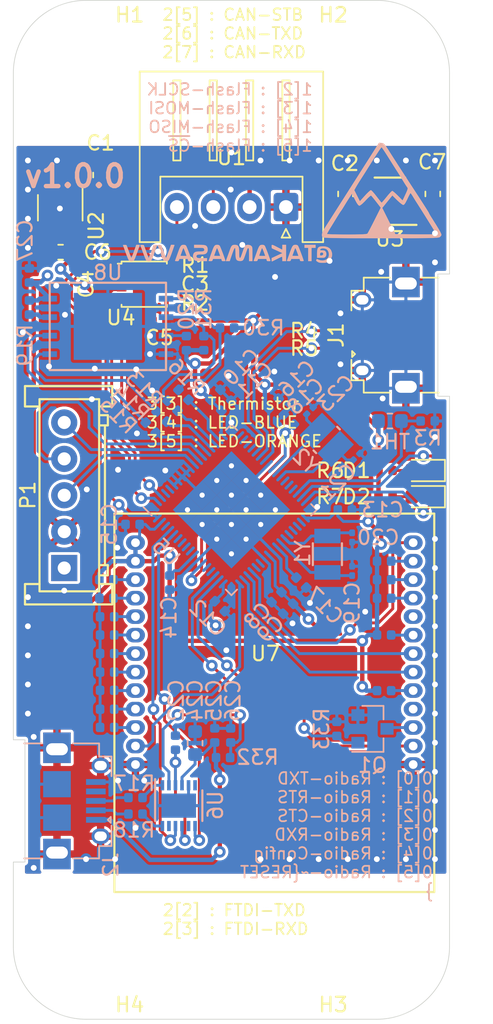
<source format=kicad_pcb>
(kicad_pcb (version 20171130) (host pcbnew "(5.1.4)-1")
  (layers (0 F.Cu signal) (31 B.Cu signal) (34 B.Paste user) (35 F.Paste user) (36 B.SilkS user) (37 F.SilkS user) (38 B.Mask user) (39 F.Mask user) (44 Edge.Cuts user))
  (net 0 "")
  (net 1 "Net-(C1-Pad1)")
  (net 2 GND)
  (net 3 "Net-(C3-Pad1)")
  (net 4 +5V)
  (net 5 +3V3)
  (net 6 "Net-(C17-Pad2)")
  (net 7 "Net-(C18-Pad2)")
  (net 8 "Net-(C19-Pad1)")
  (net 9 "Net-(C20-Pad1)")
  (net 10 "Net-(C21-Pad1)")
  (net 11 "Net-(C23-Pad1)")
  (net 12 "Net-(C24-Pad1)")
  (net 13 /FTDI-~RESET)
  (net 14 "Net-(D1-Pad1)")
  (net 15 "Net-(D1-Pad2)")
  (net 16 "Net-(D2-Pad2)")
  (net 17 "Net-(D2-Pad1)")
  (net 18 "Net-(J1-Pad4)")
  (net 19 "Net-(J1-Pad3)")
  (net 20 "Net-(J1-Pad2)")
  (net 21 "Net-(J1-Pad1)")
  (net 22 "Net-(J2-Pad2)")
  (net 23 "Net-(J2-Pad3)")
  (net 24 "Net-(J2-Pad4)")
  (net 25 "Net-(P1-Pad1)")
  (net 26 "Net-(P1-Pad3)")
  (net 27 "Net-(P1-Pad4)")
  (net 28 "Net-(P1-Pad5)")
  (net 29 /Radio-Config)
  (net 30 "Net-(Q1-Pad3)")
  (net 31 "Net-(R1-Pad1)")
  (net 32 "Net-(R2-Pad2)")
  (net 33 "Net-(R3-Pad1)")
  (net 34 "Net-(R4-Pad2)")
  (net 35 "Net-(R5-Pad2)")
  (net 36 "Net-(R8-Pad1)")
  (net 37 "Net-(R9-Pad1)")
  (net 38 "Net-(R10-Pad1)")
  (net 39 "Net-(R11-Pad1)")
  (net 40 "Net-(R12-Pad1)")
  (net 41 /Flash-MISO)
  (net 42 "Net-(R13-Pad1)")
  (net 43 "Net-(R14-Pad1)")
  (net 44 /Flash-MOSI)
  (net 45 /Flash-SCLK)
  (net 46 "Net-(R15-Pad1)")
  (net 47 "Net-(R16-Pad1)")
  (net 48 /Flash-~CS)
  (net 49 "Net-(R17-Pad2)")
  (net 50 "Net-(R18-Pad2)")
  (net 51 "Net-(R19-Pad2)")
  (net 52 "Net-(R20-Pad2)")
  (net 53 "Net-(R21-Pad2)")
  (net 54 "Net-(R22-Pad2)")
  (net 55 "Net-(R23-Pad2)")
  (net 56 "Net-(R24-Pad2)")
  (net 57 "Net-(R25-Pad2)")
  (net 58 "Net-(R26-Pad2)")
  (net 59 "Net-(R27-Pad2)")
  (net 60 "Net-(R28-Pad2)")
  (net 61 "Net-(R29-Pad2)")
  (net 62 "Net-(U2-Pad4)")
  (net 63 /CAN-TXD)
  (net 64 /CAN-RXD)
  (net 65 /CAN-STB)
  (net 66 "Net-(U5-Pad3)")
  (net 67 "Net-(U5-Pad4)")
  (net 68 "Net-(U5-Pad18)")
  (net 69 "Net-(U5-Pad19)")
  (net 70 "Net-(U5-Pad20)")
  (net 71 "Net-(U5-Pad21)")
  (net 72 "Net-(U5-Pad29)")
  (net 73 "Net-(U5-Pad30)")
  (net 74 "Net-(U5-Pad31)")
  (net 75 "Net-(U5-Pad36)")
  (net 76 "Net-(U5-Pad37)")
  (net 77 "Net-(U5-Pad38)")
  (net 78 "Net-(U5-Pad39)")
  (net 79 "Net-(U5-Pad46)")
  (net 80 "Net-(U5-Pad47)")
  (net 81 /FTDI-TXD)
  (net 82 /FTDI-RXD)
  (net 83 /Radio-~RESET)
  (net 84 /Radio-TXD)
  (net 85 /Radio-RXD)
  (net 86 /Radio-CTS)
  (net 87 /Radio-RTS)
  (net 88 "Net-(U5-Pad66)")
  (net 89 "Net-(U6-Pad6)")
  (net 90 "Net-(U7-Pad9)")
  (net 91 "Net-(U7-Pad4)")
  (net 92 "Net-(C22-Pad1)")
  (net 93 "Net-(U5-Pad60)")
  (net 94 "Net-(U5-Pad61)")
  (net 95 "Net-(U5-Pad62)")
  (net 96 "Net-(U5-Pad63)")
  (net 97 "Net-(U6-Pad8)")
  (net 98 "Net-(U6-Pad11)")
  (net 99 "Net-(U5-Pad55)")
  (net 100 "Net-(U5-Pad56)")
  (module KUTKiCad_footprint:yuru (layer B.Cu) (at 65.28 73.09 180)
    (fp_text reference G*** hide)
    (fp_text value LOGO hide)
  )
  (module KUTKiCad_footprint:logo (layer B.Cu) (at 54.59 77.38 180)
    (fp_text reference G*** hide)
    (fp_text value LOGO hide)
  )
  (module Capacitor_SMD:C_0402_1005Metric (layer B.Cu) (at 58.9 101.8 225)
    (fp_text reference C9 (at 1.838478 -0.141421 45) (layer B.SilkS) (effects (justify mirror)))
    (fp_text value 0.1uF)
    (pad 2 smd roundrect (at 0.485 0 225) (size 0.59 0.64) (layers B.Cu B.Paste B.Mask) (net 2 GND))
    (pad 1 smd roundrect (at -0.485 0 225) (size 0.59 0.64) (layers B.Cu B.Paste B.Mask) (net 5 +3V3))
  )
  (module KUTKiCad_footprint:RFLink_Module_RM-92A (layer F.Cu) (at 67.5 112.5 180)
    (fp_text reference U7 (at 10.16 7.62 180) (layer F.SilkS))
    (fp_text value RM-92X)
    (pad 26 thru_hole oval (at 19.1 0 180) (size 1.3 1) (drill 0.6) (layers *.Cu *.Mask) (net 2 GND))
    (pad 25 thru_hole oval (at 19.1 1.27 180) (size 1.3 1) (drill 0.6) (layers *.Cu *.Mask) (net 85 /Radio-RXD))
    (pad 24 thru_hole oval (at 19.1 2.54 180) (size 1.3 1) (drill 0.6) (layers *.Cu *.Mask) (net 40 "Net-(R12-Pad1)"))
    (pad 23 thru_hole oval (at 19.1 3.81 180) (size 1.3 1) (drill 0.6) (layers *.Cu *.Mask) (net 39 "Net-(R11-Pad1)"))
    (pad 22 thru_hole oval (at 19.1 5.08 180) (size 1.3 1) (drill 0.6) (layers *.Cu *.Mask) (net 38 "Net-(R10-Pad1)"))
    (pad 21 thru_hole oval (at 19.1 6.35 180) (size 1.3 1) (drill 0.6) (layers *.Cu *.Mask) (net 37 "Net-(R9-Pad1)"))
    (pad 20 thru_hole oval (at 19.1 7.62 180) (size 1.3 1) (drill 0.6) (layers *.Cu *.Mask) (net 36 "Net-(R8-Pad1)"))
    (pad 19 thru_hole oval (at 19.1 8.89 180) (size 1.3 1) (drill 0.6) (layers *.Cu *.Mask) (net 61 "Net-(R29-Pad2)"))
    (pad 18 thru_hole oval (at 19.1 10.16 180) (size 1.3 1) (drill 0.6) (layers *.Cu *.Mask) (net 60 "Net-(R28-Pad2)"))
    (pad 17 thru_hole oval (at 19.1 11.43 180) (size 1.3 1) (drill 0.6) (layers *.Cu *.Mask) (net 59 "Net-(R27-Pad2)"))
    (pad 16 thru_hole oval (at 19.1 12.7 180) (size 1.3 1) (drill 0.6) (layers *.Cu *.Mask) (net 58 "Net-(R26-Pad2)"))
    (pad 15 thru_hole oval (at 19.1 13.97 180) (size 1.3 1) (drill 0.6) (layers *.Cu *.Mask) (net 5 +3V3))
    (pad 14 thru_hole oval (at 19.1 15.24 180) (size 1.3 1) (drill 0.6) (layers *.Cu *.Mask) (net 5 +3V3))
    (pad 13 thru_hole oval (at 0 15.24 180) (size 1.3 1) (drill 0.6) (layers *.Cu *.Mask) (net 84 /Radio-TXD))
    (pad 12 thru_hole oval (at 0 13.97 180) (size 1.3 1) (drill 0.6) (layers *.Cu *.Mask) (net 57 "Net-(R25-Pad2)"))
    (pad 11 thru_hole oval (at 0 12.7 180) (size 1.3 1) (drill 0.6) (layers *.Cu *.Mask) (net 56 "Net-(R24-Pad2)"))
    (pad 10 thru_hole oval (at 0 11.43 180) (size 1.3 1) (drill 0.6) (layers *.Cu *.Mask) (net 54 "Net-(R22-Pad2)"))
    (pad 9 thru_hole oval (at 0 10.16 180) (size 1.3 1) (drill 0.6) (layers *.Cu *.Mask) (net 90 "Net-(U7-Pad9)"))
    (pad 8 thru_hole oval (at 0 8.89 180) (size 1.3 1) (drill 0.6) (layers *.Cu *.Mask) (net 53 "Net-(R21-Pad2)"))
    (pad 7 thru_hole oval (at 0 7.62 180) (size 1.3 1) (drill 0.6) (layers *.Cu *.Mask) (net 87 /Radio-RTS))
    (pad 6 thru_hole oval (at 0 6.35 180) (size 1.3 1) (drill 0.6) (layers *.Cu *.Mask) (net 86 /Radio-CTS))
    (pad 5 thru_hole oval (at 0 5.08 180) (size 1.3 1) (drill 0.6) (layers *.Cu *.Mask) (net 55 "Net-(R23-Pad2)"))
    (pad 4 thru_hole oval (at 0 3.81 180) (size 1.3 1) (drill 0.6) (layers *.Cu *.Mask) (net 91 "Net-(U7-Pad4)"))
    (pad 3 thru_hole oval (at 0 2.54 180) (size 1.3 1) (drill 0.6) (layers *.Cu *.Mask) (net 30 "Net-(Q1-Pad3)"))
    (pad 2 thru_hole oval (at 0 1.27 180) (size 1.3 1) (drill 0.6) (layers *.Cu *.Mask) (net 83 /Radio-~RESET))
    (pad 1 thru_hole oval (at 0 0 180) (size 1.3 1) (drill 0.6) (layers *.Cu *.Mask) (net 2 GND))
  )
  (module Capacitor_SMD:C_0603_1608Metric (layer F.Cu) (at 46 72 270)
    (fp_text reference C1 (at -2.2 0 180) (layer F.SilkS))
    (fp_text value 10uF)
    (pad 1 smd roundrect (at -0.7875 0 270) (size 0.875 0.95) (layers F.Cu F.Paste F.Mask) (net 1 "Net-(C1-Pad1)"))
    (pad 2 smd roundrect (at 0.7875 0 270) (size 0.875 0.95) (layers F.Cu F.Paste F.Mask) (net 2 GND))
  )
  (module Capacitor_SMD:C_0603_1608Metric (layer F.Cu) (at 62.85 73.3 90)
    (fp_text reference C2 (at 2.1 -0.05 180) (layer F.SilkS))
    (fp_text value 10uF)
    (pad 1 smd roundrect (at -0.7875 0 90) (size 0.875 0.95) (layers F.Cu F.Paste F.Mask) (net 1 "Net-(C1-Pad1)"))
    (pad 2 smd roundrect (at 0.7875 0 90) (size 0.875 0.95) (layers F.Cu F.Paste F.Mask) (net 2 GND))
  )
  (module Capacitor_SMD:C_0402_1005Metric (layer F.Cu) (at 54.5 79.5)
    (fp_text reference C3 (at -2 0) (layer F.SilkS))
    (fp_text value 4.7nF)
    (pad 2 smd roundrect (at 0.485 0) (size 0.59 0.64) (layers F.Cu F.Paste F.Mask) (net 2 GND))
    (pad 1 smd roundrect (at -0.485 0) (size 0.59 0.64) (layers F.Cu F.Paste F.Mask) (net 3 "Net-(C3-Pad1)"))
  )
  (module Capacitor_SMD:C_0402_1005Metric (layer F.Cu) (at 46.1 79.5 270)
    (fp_text reference C4 (at 0 1.1 90) (layer F.SilkS))
    (fp_text value 0.1uF)
    (pad 2 smd roundrect (at 0.485 0 270) (size 0.59 0.64) (layers F.Cu F.Paste F.Mask) (net 4 +5V))
    (pad 1 smd roundrect (at -0.485 0 270) (size 0.59 0.64) (layers F.Cu F.Paste F.Mask) (net 2 GND))
  )
  (module Capacitor_SMD:C_0402_1005Metric (layer F.Cu) (at 50.05 82 180)
    (fp_text reference C5 (at 0 -1.17) (layer F.SilkS))
    (fp_text value 0.1uF)
    (pad 1 smd roundrect (at -0.485 0 180) (size 0.59 0.64) (layers F.Cu F.Paste F.Mask) (net 5 +3V3))
    (pad 2 smd roundrect (at 0.485 0 180) (size 0.59 0.64) (layers F.Cu F.Paste F.Mask) (net 2 GND))
  )
  (module Capacitor_SMD:C_0603_1608Metric (layer F.Cu) (at 43.25 77.3 180)
    (fp_text reference C6 (at -2.55 0) (layer F.SilkS))
    (fp_text value 10uF)
    (pad 1 smd roundrect (at -0.7875 0 180) (size 0.875 0.95) (layers F.Cu F.Paste F.Mask) (net 4 +5V))
    (pad 2 smd roundrect (at 0.7875 0 180) (size 0.875 0.95) (layers F.Cu F.Paste F.Mask) (net 2 GND))
  )
  (module Capacitor_SMD:C_0603_1608Metric (layer F.Cu) (at 68.85 73.3 90)
    (fp_text reference C7 (at 2.2 -0.05) (layer F.SilkS))
    (fp_text value 10uF)
    (pad 2 smd roundrect (at 0.7875 0 90) (size 0.875 0.95) (layers F.Cu F.Paste F.Mask) (net 2 GND))
    (pad 1 smd roundrect (at -0.7875 0 90) (size 0.875 0.95) (layers F.Cu F.Paste F.Mask) (net 5 +3V3))
  )
  (module Capacitor_SMD:C_0402_1005Metric (layer B.Cu) (at 58.1 101 225)
    (fp_text reference C8 (at 1.838478 0 45) (layer B.SilkS) (effects (justify mirror)))
    (fp_text value 0.1uF)
    (pad 1 smd roundrect (at -0.485 0 225) (size 0.59 0.64) (layers B.Cu B.Paste B.Mask) (net 5 +3V3))
    (pad 2 smd roundrect (at 0.485 0 225) (size 0.59 0.64) (layers B.Cu B.Paste B.Mask) (net 2 GND))
  )
  (module Capacitor_SMD:C_0402_1005Metric (layer B.Cu) (at 53.9 87.1 45)
    (fp_text reference C10 (at 2.616295 -0.070711 45) (layer B.SilkS) (effects (justify mirror)))
    (fp_text value 0.1uF)
    (pad 2 smd roundrect (at 0.485 0 45) (size 0.59 0.64) (layers B.Cu B.Paste B.Mask) (net 2 GND))
    (pad 1 smd roundrect (at -0.485 0 45) (size 0.59 0.64) (layers B.Cu B.Paste B.Mask) (net 5 +3V3))
  )
  (module Capacitor_SMD:C_0402_1005Metric (layer B.Cu) (at 54.65 87.85 45)
    (fp_text reference C11 (at 2.616295 0.141421 45) (layer B.SilkS) (effects (justify mirror)))
    (fp_text value 0.1uF)
    (pad 1 smd roundrect (at -0.485 0 45) (size 0.59 0.64) (layers B.Cu B.Paste B.Mask) (net 5 +3V3))
    (pad 2 smd roundrect (at 0.485 0 45) (size 0.59 0.64) (layers B.Cu B.Paste B.Mask) (net 2 GND))
  )
  (module Capacitor_SMD:C_0402_1005Metric (layer B.Cu) (at 54.2 101.625 315)
    (fp_text reference C12 (at 0 1.17 135) (layer B.SilkS) (effects (justify mirror)))
    (fp_text value 0.1uF)
    (pad 2 smd roundrect (at 0.485 0 315) (size 0.59 0.64) (layers B.Cu B.Paste B.Mask) (net 2 GND))
    (pad 1 smd roundrect (at -0.485 0 315) (size 0.59 0.64) (layers B.Cu B.Paste B.Mask) (net 5 +3V3))
  )
  (module Capacitor_SMD:C_0402_1005Metric (layer B.Cu) (at 62.8 95)
    (fp_text reference C13 (at 2.6 0) (layer B.SilkS) (effects (justify mirror)))
    (fp_text value 0.1uF)
    (pad 2 smd roundrect (at 0.485 0) (size 0.59 0.64) (layers B.Cu B.Paste B.Mask) (net 2 GND))
    (pad 1 smd roundrect (at -0.485 0) (size 0.59 0.64) (layers B.Cu B.Paste B.Mask) (net 5 +3V3))
  )
  (module Capacitor_SMD:C_0402_1005Metric (layer B.Cu) (at 50.75 100 270)
    (fp_text reference C14 (at 2.4 0.05 90) (layer B.SilkS) (effects (justify mirror)))
    (fp_text value 1uF)
    (pad 1 smd roundrect (at -0.485 0 270) (size 0.59 0.64) (layers B.Cu B.Paste B.Mask) (net 5 +3V3))
    (pad 2 smd roundrect (at 0.485 0 270) (size 0.59 0.64) (layers B.Cu B.Paste B.Mask) (net 2 GND))
  )
  (module Capacitor_SMD:C_0402_1005Metric (layer B.Cu) (at 48.2 96 180)
    (fp_text reference C15 (at 1.6 0 90) (layer B.SilkS) (effects (justify mirror)))
    (fp_text value 0.1uF)
    (pad 1 smd roundrect (at -0.485 0 180) (size 0.59 0.64) (layers B.Cu B.Paste B.Mask) (net 5 +3V3))
    (pad 2 smd roundrect (at 0.485 0 180) (size 0.59 0.64) (layers B.Cu B.Paste B.Mask) (net 2 GND))
  )
  (module Capacitor_SMD:C_0402_1005Metric (layer B.Cu) (at 57.9 87.7 45)
    (fp_text reference C16 (at 2.333452 -0.070711 45) (layer B.SilkS) (effects (justify mirror)))
    (fp_text value 1uF)
    (pad 2 smd roundrect (at 0.485 0 45) (size 0.59 0.64) (layers B.Cu B.Paste B.Mask) (net 2 GND))
    (pad 1 smd roundrect (at -0.485 0 45) (size 0.59 0.64) (layers B.Cu B.Paste B.Mask) (net 5 +3V3))
  )
  (module Capacitor_SMD:C_0402_1005Metric (layer B.Cu) (at 59.8 100 135)
    (fp_text reference C17 (at -2.262742 0 135) (layer B.SilkS) (effects (justify mirror)))
    (fp_text value 1uF)
    (pad 1 smd roundrect (at -0.485 0 135) (size 0.59 0.64) (layers B.Cu B.Paste B.Mask) (net 2 GND))
    (pad 2 smd roundrect (at 0.485 0 135) (size 0.59 0.64) (layers B.Cu B.Paste B.Mask) (net 6 "Net-(C17-Pad2)"))
  )
  (module Capacitor_SMD:C_0402_1005Metric (layer B.Cu) (at 58.95 88.8 315)
    (fp_text reference C18 (at -0.318198 -1.944544 45) (layer B.SilkS) (effects (justify mirror)))
    (fp_text value 1uF)
    (pad 2 smd roundrect (at 0.485 0 315) (size 0.59 0.64) (layers B.Cu B.Paste B.Mask) (net 7 "Net-(C18-Pad2)"))
    (pad 1 smd roundrect (at -0.485 0 315) (size 0.59 0.64) (layers B.Cu B.Paste B.Mask) (net 2 GND))
  )
  (module Capacitor_SMD:C_0201_0603Metric (layer B.Cu) (at 63.3 99.2 90)
    (fp_text reference C19 (at -2.2 0 90) (layer B.SilkS) (effects (justify mirror)))
    (fp_text value 9pF)
    (pad 2 smd roundrect (at 0.32 0 90) (size 0.46 0.4) (layers B.Cu B.Mask) (net 2 GND))
    (pad 1 smd roundrect (at -0.32 0 90) (size 0.46 0.4) (layers B.Cu B.Mask) (net 8 "Net-(C19-Pad1)"))
  )
  (module Capacitor_SMD:C_0201_0603Metric (layer B.Cu) (at 63.3 96.9 270)
    (fp_text reference C20 (at 0 -1.8 180) (layer B.SilkS) (effects (justify mirror)))
    (fp_text value 9pF)
    (pad 1 smd roundrect (at -0.32 0 270) (size 0.46 0.4) (layers B.Cu B.Mask) (net 9 "Net-(C20-Pad1)"))
    (pad 2 smd roundrect (at 0.32 0 270) (size 0.46 0.4) (layers B.Cu B.Mask) (net 2 GND))
  )
  (module Capacitor_SMD:C_0201_0603Metric (layer B.Cu) (at 63.6 91.35 45)
    (fp_text reference C21 (at -2.156676 0.318198 45) (layer B.SilkS) (effects (justify mirror)))
    (fp_text value 9pF)
    (pad 2 smd roundrect (at 0.32 0 45) (size 0.46 0.4) (layers B.Cu B.Mask) (net 2 GND))
    (pad 1 smd roundrect (at -0.32 0 45) (size 0.46 0.4) (layers B.Cu B.Mask) (net 10 "Net-(C21-Pad1)"))
  )
  (module Capacitor_SMD:C_0402_1005Metric (layer B.Cu) (at 51.15 111 90)
    (fp_text reference C22 (at 2.9 0.05 90) (layer B.SilkS) (effects (justify mirror)))
    (fp_text value 0.1uF)
    (pad 1 smd roundrect (at -0.485 0 90) (size 0.59 0.64) (layers B.Cu B.Paste B.Mask) (net 92 "Net-(C22-Pad1)"))
    (pad 2 smd roundrect (at 0.485 0 90) (size 0.59 0.64) (layers B.Cu B.Paste B.Mask) (net 2 GND))
  )
  (module Capacitor_SMD:C_0201_0603Metric (layer B.Cu) (at 60.4 88.2 45)
    (fp_text reference C23 (at 2.12132 0.424264 45) (layer B.SilkS) (effects (justify mirror)))
    (fp_text value 9pF)
    (pad 1 smd roundrect (at -0.32 0 45) (size 0.46 0.4) (layers B.Cu B.Mask) (net 11 "Net-(C23-Pad1)"))
    (pad 2 smd roundrect (at 0.32 0 45) (size 0.46 0.4) (layers B.Cu B.Mask) (net 2 GND))
  )
  (module Capacitor_SMD:C_0603_1608Metric (layer B.Cu) (at 52.5 111.025 90)
    (fp_text reference C24 (at 2.925 0 90) (layer B.SilkS) (effects (justify mirror)))
    (fp_text value 10uF)
    (pad 2 smd roundrect (at 0.7875 0 90) (size 0.875 0.95) (layers B.Cu B.Paste B.Mask) (net 2 GND))
    (pad 1 smd roundrect (at -0.7875 0 90) (size 0.875 0.95) (layers B.Cu B.Paste B.Mask) (net 12 "Net-(C24-Pad1)"))
  )
  (module Capacitor_SMD:C_0402_1005Metric (layer B.Cu) (at 53.85 110.5 90)
    (fp_text reference C25 (at 2.4 -0.05 90) (layer B.SilkS) (effects (justify mirror)))
    (fp_text value 0.1uF)
    (pad 2 smd roundrect (at 0.485 0 90) (size 0.59 0.64) (layers B.Cu B.Paste B.Mask) (net 2 GND))
    (pad 1 smd roundrect (at -0.485 0 90) (size 0.59 0.64) (layers B.Cu B.Paste B.Mask) (net 12 "Net-(C24-Pad1)"))
  )
  (module Capacitor_SMD:C_0402_1005Metric (layer B.Cu) (at 54.95 110.5 90)
    (fp_text reference C26 (at 2.4 0.15 90) (layer B.SilkS) (effects (justify mirror)))
    (fp_text value 0.1uF)
    (pad 1 smd roundrect (at -0.485 0 90) (size 0.59 0.64) (layers B.Cu B.Paste B.Mask) (net 13 /FTDI-~RESET))
    (pad 2 smd roundrect (at 0.485 0 90) (size 0.59 0.64) (layers B.Cu B.Paste B.Mask) (net 2 GND))
  )
  (module Capacitor_SMD:C_0402_1005Metric (layer B.Cu) (at 41.1 78.9 90)
    (fp_text reference C27 (at 2.4 -0.3 270) (layer B.SilkS) (effects (justify mirror)))
    (fp_text value 0.1uF)
    (pad 1 smd roundrect (at -0.485 0 90) (size 0.59 0.64) (layers B.Cu B.Paste B.Mask) (net 5 +3V3))
    (pad 2 smd roundrect (at 0.485 0 90) (size 0.59 0.64) (layers B.Cu B.Paste B.Mask) (net 2 GND))
  )
  (module LED_SMD:LED_0603_1608Metric (layer F.Cu) (at 68.2 92.3 180)
    (fp_text reference D1 (at 4.6 0) (layer F.SilkS))
    (fp_text value LED_BLUE)
    (pad 1 smd roundrect (at -0.7875 0 180) (size 0.875 0.95) (layers F.Cu F.Paste F.Mask) (net 14 "Net-(D1-Pad1)"))
    (pad 2 smd roundrect (at 0.7875 0 180) (size 0.875 0.95) (layers F.Cu F.Paste F.Mask) (net 15 "Net-(D1-Pad2)"))
  )
  (module LED_SMD:LED_0603_1608Metric (layer F.Cu) (at 68.2 94.1 180)
    (fp_text reference D2 (at 4.6 0) (layer F.SilkS))
    (fp_text value LED_ORANGE)
    (pad 2 smd roundrect (at 0.7875 0 180) (size 0.875 0.95) (layers F.Cu F.Paste F.Mask) (net 16 "Net-(D2-Pad2)"))
    (pad 1 smd roundrect (at -0.7875 0 180) (size 0.875 0.95) (layers F.Cu F.Paste F.Mask) (net 17 "Net-(D2-Pad1)"))
  )
  (module MountingHole:MountingHole_3.5mm (layer F.Cu) (at 45 65)
    (fp_text reference H1 (at 3 -4) (layer F.SilkS))
    (fp_text value MountingHole)
    (pad 1 np_thru_hole circle (at 0 0) (size 3.5 3.5) (drill 3.5) (layers *.Cu *.Mask))
  )
  (module MountingHole:MountingHole_3.5mm (layer F.Cu) (at 65 65)
    (fp_text reference H2 (at -3 -4) (layer F.SilkS))
    (fp_text value MountingHole)
    (pad 1 np_thru_hole circle (at 0 0) (size 3.5 3.5) (drill 3.5) (layers *.Cu *.Mask))
  )
  (module MountingHole:MountingHole_3.5mm (layer F.Cu) (at 65 125)
    (fp_text reference H3 (at -3 4) (layer F.SilkS))
    (fp_text value MountingHole)
    (pad 1 np_thru_hole circle (at 0 0) (size 3.5 3.5) (drill 3.5) (layers *.Cu *.Mask))
  )
  (module MountingHole:MountingHole_3.5mm (layer F.Cu) (at 45 125)
    (fp_text reference H4 (at 3 4) (layer F.SilkS))
    (fp_text value MountingHole)
    (pad 1 np_thru_hole circle (at 0 0) (size 3.5 3.5) (drill 3.5) (layers *.Cu *.Mask))
  )
  (module KUTKiCad_footprint:Hirose_ZX_ZX62D-B-5P8 (layer F.Cu) (at 67 83 90)
    (fp_text reference J1 (at 0 -4.8 90) (layer F.SilkS))
    (fp_text value USB_B_Micro)
    (pad 5 smd rect (at 1.15 0 90) (size 1.8 1.9) (layers F.Cu F.Paste F.Mask) (net 2 GND))
    (pad 5 smd rect (at -1.15 0 90) (size 1.8 1.9) (layers F.Cu F.Paste F.Mask) (net 2 GND))
    (pad 5 thru_hole rect (at 3.55 0 90) (size 2.1 1.9) (drill oval 0.825 1.5 (offset 0.1 0)) (layers *.Cu *.Mask) (net 2 GND))
    (pad 5 thru_hole rect (at -3.55 0 90) (size 2.1 1.9) (drill oval 0.825 1.5 (offset -0.1 0)) (layers *.Cu *.Mask) (net 2 GND))
    (pad 5 thru_hole oval (at 2.425 -3 90) (size 1.05 1.25) (drill oval 0.65 0.85) (layers *.Cu *.Mask) (net 2 GND))
    (pad 5 thru_hole oval (at -2.425 -3 90) (size 1.05 1.25) (drill oval 0.65 0.85) (layers *.Cu *.Mask) (net 2 GND))
    (pad 5 smd rect (at 1.3 -2.675 90) (size 0.4 1.35) (layers F.Cu F.Paste F.Mask) (net 2 GND))
    (pad 4 smd rect (at 0.65 -2.675 90) (size 0.4 1.35) (layers F.Cu F.Paste F.Mask) (net 18 "Net-(J1-Pad4)"))
    (pad 3 smd rect (at 0 -2.675 90) (size 0.4 1.35) (layers F.Cu F.Paste F.Mask) (net 19 "Net-(J1-Pad3)"))
    (pad 2 smd rect (at -0.65 -2.675 90) (size 0.4 1.35) (layers F.Cu F.Paste F.Mask) (net 20 "Net-(J1-Pad2)"))
    (pad 1 smd rect (at -1.3 -2.675 90) (size 0.4 1.35) (layers F.Cu F.Paste F.Mask) (net 21 "Net-(J1-Pad1)"))
  )
  (module KUTKiCad_footprint:Hirose_ZX_ZX62D-B-5P8 (layer B.Cu) (at 43 115 90)
    (fp_text reference J2 (at -4.4 3.7 270) (layer B.SilkS) (effects (justify mirror)))
    (fp_text value USB_B_Micro)
    (pad 1 smd rect (at -1.3 2.675 90) (size 0.4 1.35) (layers B.Cu B.Paste B.Mask) (net 12 "Net-(C24-Pad1)"))
    (pad 2 smd rect (at -0.65 2.675 90) (size 0.4 1.35) (layers B.Cu B.Paste B.Mask) (net 22 "Net-(J2-Pad2)"))
    (pad 3 smd rect (at 0 2.675 90) (size 0.4 1.35) (layers B.Cu B.Paste B.Mask) (net 23 "Net-(J2-Pad3)"))
    (pad 4 smd rect (at 0.65 2.675 90) (size 0.4 1.35) (layers B.Cu B.Paste B.Mask) (net 24 "Net-(J2-Pad4)"))
    (pad 5 smd rect (at 1.3 2.675 90) (size 0.4 1.35) (layers B.Cu B.Paste B.Mask) (net 2 GND))
    (pad 5 thru_hole oval (at -2.425 3 90) (size 1.05 1.25) (drill oval 0.65 0.85) (layers *.Cu *.Mask) (net 2 GND))
    (pad 5 thru_hole oval (at 2.425 3 90) (size 1.05 1.25) (drill oval 0.65 0.85) (layers *.Cu *.Mask) (net 2 GND))
    (pad 5 thru_hole rect (at -3.55 0 90) (size 2.1 1.9) (drill oval 0.825 1.5 (offset -0.1 0)) (layers *.Cu *.Mask) (net 2 GND))
    (pad 5 thru_hole rect (at 3.55 0 90) (size 2.1 1.9) (drill oval 0.825 1.5 (offset 0.1 0)) (layers *.Cu *.Mask) (net 2 GND))
    (pad 5 smd rect (at -1.15 0 90) (size 1.8 1.9) (layers B.Cu B.Paste B.Mask) (net 2 GND))
    (pad 5 smd rect (at 1.15 0 90) (size 1.8 1.9) (layers B.Cu B.Paste B.Mask) (net 2 GND))
  )
  (module KUTKiCad_footprint:JST_JQ_05JQ-BT_1x05_P2.5mm_Vertical (layer F.Cu) (at 43.5 99 270)
    (fp_text reference P1 (at -5 2.5 90) (layer F.SilkS))
    (fp_text value KRC_Conn_SWD)
    (pad 1 thru_hole rect (at 0 0 270) (size 1.8 1.8) (drill 0.9) (layers *.Cu *.Mask) (net 25 "Net-(P1-Pad1)"))
    (pad 2 thru_hole circle (at -2.5 0 270) (size 1.8 1.8) (drill 0.9) (layers *.Cu *.Mask) (net 2 GND))
    (pad 3 thru_hole circle (at -5 0 270) (size 1.8 1.8) (drill 0.9) (layers *.Cu *.Mask) (net 26 "Net-(P1-Pad3)"))
    (pad 4 thru_hole circle (at -7.5 0 270) (size 1.8 1.8) (drill 0.9) (layers *.Cu *.Mask) (net 27 "Net-(P1-Pad4)"))
    (pad 5 thru_hole circle (at -10 0 270) (size 1.8 1.8) (drill 0.9) (layers *.Cu *.Mask) (net 28 "Net-(P1-Pad5)"))
  )
  (module Package_TO_SOT_SMD:SOT-23 (layer B.Cu) (at 64.7 110.05)
    (fp_text reference Q1 (at 0 2.5) (layer B.SilkS) (effects (justify mirror)))
    (fp_text value Q_NMOS_DGS)
    (pad 1 smd rect (at -1 0.95) (size 0.9 0.8) (layers B.Cu B.Paste B.Mask) (net 29 /Radio-Config))
    (pad 2 smd rect (at -1 -0.95) (size 0.9 0.8) (layers B.Cu B.Paste B.Mask) (net 2 GND))
    (pad 3 smd rect (at 1 0) (size 0.9 0.8) (layers B.Cu B.Paste B.Mask) (net 30 "Net-(Q1-Pad3)"))
  )
  (module Resistor_SMD:R_0402_1005Metric (layer F.Cu) (at 54.5 78.2 180)
    (fp_text reference R1 (at 2 0) (layer F.SilkS))
    (fp_text value 56Ω)
    (pad 1 smd roundrect (at -0.485 0 180) (size 0.59 0.64) (layers F.Cu F.Paste F.Mask) (net 31 "Net-(R1-Pad1)"))
    (pad 2 smd roundrect (at 0.485 0 180) (size 0.59 0.64) (layers F.Cu F.Paste F.Mask) (net 3 "Net-(C3-Pad1)"))
  )
  (module Resistor_SMD:R_0402_1005Metric (layer F.Cu) (at 54.5 80.75)
    (fp_text reference R2 (at -2 0.05) (layer F.SilkS))
    (fp_text value 56Ω)
    (pad 1 smd roundrect (at -0.485 0) (size 0.59 0.64) (layers F.Cu F.Paste F.Mask) (net 3 "Net-(C3-Pad1)"))
    (pad 2 smd roundrect (at 0.485 0) (size 0.59 0.64) (layers F.Cu F.Paste F.Mask) (net 32 "Net-(R2-Pad2)"))
  )
  (module Resistor_SMD:R_0402_1005Metric (layer B.Cu) (at 68.5 88.9)
    (fp_text reference R3 (at 0 1.17) (layer B.SilkS) (effects (justify mirror)))
    (fp_text value 1MΩ)
    (pad 2 smd roundrect (at 0.485 0) (size 0.59 0.64) (layers B.Cu B.Paste B.Mask) (net 2 GND))
    (pad 1 smd roundrect (at -0.485 0) (size 0.59 0.64) (layers B.Cu B.Paste B.Mask) (net 33 "Net-(R3-Pad1)"))
  )
  (module Resistor_SMD:R_0402_1005Metric (layer F.Cu) (at 62 82.7 180)
    (fp_text reference R4 (at 2 0) (layer F.SilkS))
    (fp_text value 22Ω)
    (pad 2 smd roundrect (at 0.485 0 180) (size 0.59 0.64) (layers F.Cu F.Paste F.Mask) (net 34 "Net-(R4-Pad2)"))
    (pad 1 smd roundrect (at -0.485 0 180) (size 0.59 0.64) (layers F.Cu F.Paste F.Mask) (net 19 "Net-(J1-Pad3)"))
  )
  (module Resistor_SMD:R_0402_1005Metric (layer F.Cu) (at 62 83.9 180)
    (fp_text reference R5 (at 2 0) (layer F.SilkS))
    (fp_text value 22Ω)
    (pad 2 smd roundrect (at 0.485 0 180) (size 0.59 0.64) (layers F.Cu F.Paste F.Mask) (net 35 "Net-(R5-Pad2)"))
    (pad 1 smd roundrect (at -0.485 0 180) (size 0.59 0.64) (layers F.Cu F.Paste F.Mask) (net 20 "Net-(J1-Pad2)"))
  )
  (module Resistor_SMD:R_0402_1005Metric (layer F.Cu) (at 65.6 92.3)
    (fp_text reference R6 (at -3.8 0) (layer F.SilkS))
    (fp_text value R)
    (pad 1 smd roundrect (at -0.485 0) (size 0.59 0.64) (layers F.Cu F.Paste F.Mask) (net 5 +3V3))
    (pad 2 smd roundrect (at 0.485 0) (size 0.59 0.64) (layers F.Cu F.Paste F.Mask) (net 15 "Net-(D1-Pad2)"))
  )
  (module Resistor_SMD:R_0402_1005Metric (layer F.Cu) (at 65.6 94.1)
    (fp_text reference R7 (at -3.8 0) (layer F.SilkS))
    (fp_text value R)
    (pad 2 smd roundrect (at 0.485 0) (size 0.59 0.64) (layers F.Cu F.Paste F.Mask) (net 16 "Net-(D2-Pad2)"))
    (pad 1 smd roundrect (at -0.485 0) (size 0.59 0.64) (layers F.Cu F.Paste F.Mask) (net 5 +3V3))
  )
  (module Resistor_SMD:R_0402_1005Metric (layer B.Cu) (at 46.45 104.875 180)
    (fp_text reference R8 hide)
    (fp_text value 47kΩ)
    (pad 1 smd roundrect (at -0.485 0 180) (size 0.59 0.64) (layers B.Cu B.Paste B.Mask) (net 36 "Net-(R8-Pad1)"))
    (pad 2 smd roundrect (at 0.485 0 180) (size 0.59 0.64) (layers B.Cu B.Paste B.Mask) (net 5 +3V3))
  )
  (module Resistor_SMD:R_0402_1005Metric (layer B.Cu) (at 46.45 106.15 180)
    (fp_text reference R9 hide)
    (fp_text value 47kΩ)
    (pad 2 smd roundrect (at 0.485 0 180) (size 0.59 0.64) (layers B.Cu B.Paste B.Mask) (net 5 +3V3))
    (pad 1 smd roundrect (at -0.485 0 180) (size 0.59 0.64) (layers B.Cu B.Paste B.Mask) (net 37 "Net-(R9-Pad1)"))
  )
  (module Resistor_SMD:R_0402_1005Metric (layer B.Cu) (at 46.45 107.4 180)
    (fp_text reference R10 hide)
    (fp_text value 47kΩ)
    (pad 1 smd roundrect (at -0.485 0 180) (size 0.59 0.64) (layers B.Cu B.Paste B.Mask) (net 38 "Net-(R10-Pad1)"))
    (pad 2 smd roundrect (at 0.485 0 180) (size 0.59 0.64) (layers B.Cu B.Paste B.Mask) (net 5 +3V3))
  )
  (module Resistor_SMD:R_0402_1005Metric (layer B.Cu) (at 46.45 108.7 180)
    (fp_text reference R11 hide)
    (fp_text value 47kΩ)
    (pad 2 smd roundrect (at 0.485 0 180) (size 0.59 0.64) (layers B.Cu B.Paste B.Mask) (net 5 +3V3))
    (pad 1 smd roundrect (at -0.485 0 180) (size 0.59 0.64) (layers B.Cu B.Paste B.Mask) (net 39 "Net-(R11-Pad1)"))
  )
  (module Resistor_SMD:R_0402_1005Metric (layer B.Cu) (at 46.45 109.95 180)
    (fp_text reference R12 hide)
    (fp_text value 47kΩ)
    (pad 1 smd roundrect (at -0.485 0 180) (size 0.59 0.64) (layers B.Cu B.Paste B.Mask) (net 40 "Net-(R12-Pad1)"))
    (pad 2 smd roundrect (at 0.485 0 180) (size 0.59 0.64) (layers B.Cu B.Paste B.Mask) (net 5 +3V3))
  )
  (module Resistor_SMD:R_0402_1005Metric (layer B.Cu) (at 50.95 87.85 315)
    (fp_text reference R13 (at -2.192031 0.565685 135) (layer B.SilkS) (effects (justify mirror)))
    (fp_text value 22Ω)
    (pad 2 smd roundrect (at 0.485 0 315) (size 0.59 0.64) (layers B.Cu B.Paste B.Mask) (net 41 /Flash-MISO))
    (pad 1 smd roundrect (at -0.485 0 315) (size 0.59 0.64) (layers B.Cu B.Paste B.Mask) (net 42 "Net-(R13-Pad1)"))
  )
  (module Resistor_SMD:R_0402_1005Metric (layer B.Cu) (at 50.2 88.6 315)
    (fp_text reference R14 (at -2.192031 0.777817 135) (layer B.SilkS) (effects (justify mirror)))
    (fp_text value 22Ω)
    (pad 1 smd roundrect (at -0.485 0 315) (size 0.59 0.64) (layers B.Cu B.Paste B.Mask) (net 43 "Net-(R14-Pad1)"))
    (pad 2 smd roundrect (at 0.485 0 315) (size 0.59 0.64) (layers B.Cu B.Paste B.Mask) (net 44 /Flash-MOSI))
  )
  (module Resistor_SMD:R_0402_1005Metric (layer B.Cu) (at 49.45 89.35 315)
    (fp_text reference R15 (at -2.192031 0.989949 135) (layer B.SilkS) (effects (justify mirror)))
    (fp_text value 22Ω)
    (pad 2 smd roundrect (at 0.485 0 315) (size 0.59 0.64) (layers B.Cu B.Paste B.Mask) (net 45 /Flash-SCLK))
    (pad 1 smd roundrect (at -0.485 0 315) (size 0.59 0.64) (layers B.Cu B.Paste B.Mask) (net 46 "Net-(R15-Pad1)"))
  )
  (module Resistor_SMD:R_0402_1005Metric (layer B.Cu) (at 51.7 87.1 315)
    (fp_text reference R16 (at -0.707107 -0.989949 135) (layer B.SilkS) (effects (justify mirror)))
    (fp_text value 22Ω)
    (pad 1 smd roundrect (at -0.485 0 315) (size 0.59 0.64) (layers B.Cu B.Paste B.Mask) (net 47 "Net-(R16-Pad1)"))
    (pad 2 smd roundrect (at 0.485 0 315) (size 0.59 0.64) (layers B.Cu B.Paste B.Mask) (net 48 /Flash-~CS))
  )
  (module Resistor_SMD:R_0402_1005Metric (layer B.Cu) (at 48.4 114.775)
    (fp_text reference R17 (at -0.1 -0.975) (layer B.SilkS) (effects (justify mirror)))
    (fp_text value 22Ω)
    (pad 2 smd roundrect (at 0.485 0) (size 0.59 0.64) (layers B.Cu B.Paste B.Mask) (net 49 "Net-(R17-Pad2)"))
    (pad 1 smd roundrect (at -0.485 0) (size 0.59 0.64) (layers B.Cu B.Paste B.Mask) (net 23 "Net-(J2-Pad3)"))
  )
  (module Resistor_SMD:R_0402_1005Metric (layer B.Cu) (at 48.4 115.9)
    (fp_text reference R18 (at -0.1 1.1) (layer B.SilkS) (effects (justify mirror)))
    (fp_text value 22Ω)
    (pad 1 smd roundrect (at -0.485 0) (size 0.59 0.64) (layers B.Cu B.Paste B.Mask) (net 22 "Net-(J2-Pad2)"))
    (pad 2 smd roundrect (at 0.485 0) (size 0.59 0.64) (layers B.Cu B.Paste B.Mask) (net 50 "Net-(R18-Pad2)"))
  )
  (module Resistor_SMD:R_0402_1005Metric (layer B.Cu) (at 41.1 81.1 270)
    (fp_text reference R19 (at 2.6 0.3 90) (layer B.SilkS) (effects (justify mirror)))
    (fp_text value 4.7kΩ)
    (pad 1 smd roundrect (at -0.485 0 270) (size 0.59 0.64) (layers B.Cu B.Paste B.Mask) (net 5 +3V3))
    (pad 2 smd roundrect (at 0.485 0 270) (size 0.59 0.64) (layers B.Cu B.Paste B.Mask) (net 51 "Net-(R19-Pad2)"))
  )
  (module Resistor_SMD:R_0402_1005Metric (layer B.Cu) (at 51.9 83.55 90)
    (fp_text reference R20 (at 2.35 0 90) (layer B.SilkS) (effects (justify mirror)))
    (fp_text value 4.7kΩ)
    (pad 2 smd roundrect (at 0.485 0 90) (size 0.59 0.64) (layers B.Cu B.Paste B.Mask) (net 52 "Net-(R20-Pad2)"))
    (pad 1 smd roundrect (at -0.485 0 90) (size 0.59 0.64) (layers B.Cu B.Paste B.Mask) (net 5 +3V3))
  )
  (module Resistor_SMD:R_0402_1005Metric (layer B.Cu) (at 65.5 103.6)
    (fp_text reference R21 hide)
    (fp_text value 47kΩ)
    (pad 2 smd roundrect (at 0.485 0) (size 0.59 0.64) (layers B.Cu B.Paste B.Mask) (net 53 "Net-(R21-Pad2)"))
    (pad 1 smd roundrect (at -0.485 0) (size 0.59 0.64) (layers B.Cu B.Paste B.Mask) (net 5 +3V3))
  )
  (module Resistor_SMD:R_0402_1005Metric (layer B.Cu) (at 65.5 101.075)
    (fp_text reference R22 hide)
    (fp_text value 47kΩ)
    (pad 2 smd roundrect (at 0.485 0) (size 0.59 0.64) (layers B.Cu B.Paste B.Mask) (net 54 "Net-(R22-Pad2)"))
    (pad 1 smd roundrect (at -0.485 0) (size 0.59 0.64) (layers B.Cu B.Paste B.Mask) (net 5 +3V3))
  )
  (module Resistor_SMD:R_0402_1005Metric (layer B.Cu) (at 65.5 107.425)
    (fp_text reference R23 hide)
    (fp_text value 47kΩ)
    (pad 1 smd roundrect (at -0.485 0) (size 0.59 0.64) (layers B.Cu B.Paste B.Mask) (net 5 +3V3))
    (pad 2 smd roundrect (at 0.485 0) (size 0.59 0.64) (layers B.Cu B.Paste B.Mask) (net 55 "Net-(R23-Pad2)"))
  )
  (module Resistor_SMD:R_0402_1005Metric (layer B.Cu) (at 65.5 99.8)
    (fp_text reference R24 hide)
    (fp_text value 47kΩ)
    (pad 2 smd roundrect (at 0.485 0) (size 0.59 0.64) (layers B.Cu B.Paste B.Mask) (net 56 "Net-(R24-Pad2)"))
    (pad 1 smd roundrect (at -0.485 0) (size 0.59 0.64) (layers B.Cu B.Paste B.Mask) (net 5 +3V3))
  )
  (module Resistor_SMD:R_0402_1005Metric (layer B.Cu) (at 65.5 98.525)
    (fp_text reference R25 hide)
    (fp_text value 47kΩ)
    (pad 1 smd roundrect (at -0.485 0) (size 0.59 0.64) (layers B.Cu B.Paste B.Mask) (net 5 +3V3))
    (pad 2 smd roundrect (at 0.485 0) (size 0.59 0.64) (layers B.Cu B.Paste B.Mask) (net 57 "Net-(R25-Pad2)"))
  )
  (module Resistor_SMD:R_0402_1005Metric (layer B.Cu) (at 46.4 99.8)
    (fp_text reference R26 hide)
    (fp_text value 47kΩ)
    (pad 1 smd roundrect (at -0.485 0) (size 0.59 0.64) (layers B.Cu B.Paste B.Mask) (net 5 +3V3))
    (pad 2 smd roundrect (at 0.485 0) (size 0.59 0.64) (layers B.Cu B.Paste B.Mask) (net 58 "Net-(R26-Pad2)"))
  )
  (module Resistor_SMD:R_0402_1005Metric (layer B.Cu) (at 46.4 101.075)
    (fp_text reference R27 hide)
    (fp_text value 47kΩ)
    (pad 1 smd roundrect (at -0.485 0) (size 0.59 0.64) (layers B.Cu B.Paste B.Mask) (net 5 +3V3))
    (pad 2 smd roundrect (at 0.485 0) (size 0.59 0.64) (layers B.Cu B.Paste B.Mask) (net 59 "Net-(R27-Pad2)"))
  )
  (module Resistor_SMD:R_0402_1005Metric (layer B.Cu) (at 46.45 102.35)
    (fp_text reference R28 hide)
    (fp_text value 47kΩ)
    (pad 1 smd roundrect (at -0.485 0) (size 0.59 0.64) (layers B.Cu B.Paste B.Mask) (net 5 +3V3))
    (pad 2 smd roundrect (at 0.485 0) (size 0.59 0.64) (layers B.Cu B.Paste B.Mask) (net 60 "Net-(R28-Pad2)"))
  )
  (module Resistor_SMD:R_0402_1005Metric (layer B.Cu) (at 46.45 103.6)
    (fp_text reference R29 hide)
    (fp_text value 47kΩ)
    (pad 1 smd roundrect (at -0.485 0) (size 0.59 0.64) (layers B.Cu B.Paste B.Mask) (net 5 +3V3))
    (pad 2 smd roundrect (at 0.485 0) (size 0.59 0.64) (layers B.Cu B.Paste B.Mask) (net 61 "Net-(R29-Pad2)"))
  )
  (module Resistor_SMD:R_0402_1005Metric (layer B.Cu) (at 54.7 82.5 180)
    (fp_text reference R30 (at -2.5 0) (layer B.SilkS) (effects (justify mirror)))
    (fp_text value 4.7kΩ)
    (pad 1 smd roundrect (at -0.485 0 180) (size 0.59 0.64) (layers B.Cu B.Paste B.Mask) (net 5 +3V3))
    (pad 2 smd roundrect (at 0.485 0 180) (size 0.59 0.64) (layers B.Cu B.Paste B.Mask) (net 47 "Net-(R16-Pad1)"))
  )
  (module Resistor_SMD:R_0402_1005Metric (layer B.Cu) (at 53.1 83.55 90)
    (fp_text reference R31 (at 2.35 0 90) (layer B.SilkS) (effects (justify mirror)))
    (fp_text value 4.7kΩ)
    (pad 2 smd roundrect (at 0.485 0 90) (size 0.59 0.64) (layers B.Cu B.Paste B.Mask) (net 42 "Net-(R13-Pad1)"))
    (pad 1 smd roundrect (at -0.485 0 90) (size 0.59 0.64) (layers B.Cu B.Paste B.Mask) (net 5 +3V3))
  )
  (module Resistor_SMD:R_0402_1005Metric (layer B.Cu) (at 54.425 112.025)
    (fp_text reference R32 (at 2.375 -0.025) (layer B.SilkS) (effects (justify mirror)))
    (fp_text value 1kΩ)
    (pad 2 smd roundrect (at 0.485 0) (size 0.59 0.64) (layers B.Cu B.Paste B.Mask) (net 13 /FTDI-~RESET))
    (pad 1 smd roundrect (at -0.485 0) (size 0.59 0.64) (layers B.Cu B.Paste B.Mask) (net 12 "Net-(C24-Pad1)"))
  )
  (module Resistor_SMD:R_0402_1005Metric (layer B.Cu) (at 62.25 110.05 90)
    (fp_text reference R33 (at 0 -1.05 270) (layer B.SilkS) (effects (justify mirror)))
    (fp_text value 10kΩ)
    (pad 2 smd roundrect (at 0.485 0 90) (size 0.59 0.64) (layers B.Cu B.Paste B.Mask) (net 2 GND))
    (pad 1 smd roundrect (at -0.485 0 90) (size 0.59 0.64) (layers B.Cu B.Paste B.Mask) (net 29 /Radio-Config))
  )
  (module Resistor_SMD:R_0603_1608Metric (layer B.Cu) (at 65.9 88.9)
    (fp_text reference TH1 (at 0 1.43 -180) (layer B.SilkS) (effects (justify mirror)))
    (fp_text value Thermistor_NTC)
    (pad 1 smd roundrect (at -0.7875 0) (size 0.875 0.95) (layers B.Cu B.Paste B.Mask) (net 5 +3V3))
    (pad 2 smd roundrect (at 0.7875 0) (size 0.875 0.95) (layers B.Cu B.Paste B.Mask) (net 33 "Net-(R3-Pad1)"))
  )
  (module Connector_JST:JST_XH_S4B-XH-A_1x04_P2.50mm_Horizontal (layer F.Cu) (at 58.75 74.2 180)
    (fp_text reference U1 (at 3.75 3.4) (layer F.SilkS))
    (fp_text value KRC_Conn_CAN)
    (pad 1 thru_hole roundrect (at 0 0 180) (size 1.7 1.95) (drill 0.95) (layers *.Cu *.Mask) (roundrect_rratio 0.147059) (net 2 GND))
    (pad 2 thru_hole oval (at 2.5 0 180) (size 1.7 1.95) (drill 0.95) (layers *.Cu *.Mask) (net 1 "Net-(C1-Pad1)"))
    (pad 3 thru_hole oval (at 5 0 180) (size 1.7 1.95) (drill 0.95) (layers *.Cu *.Mask) (net 31 "Net-(R1-Pad1)"))
    (pad 4 thru_hole oval (at 7.5 0 180) (size 1.7 1.95) (drill 0.95) (layers *.Cu *.Mask) (net 32 "Net-(R2-Pad2)"))
  )
  (module Package_TO_SOT_SMD:TSOT-23-5 (layer F.Cu) (at 43.25 74.25 270)
    (fp_text reference U2 (at 1.25 -2.45 90) (layer F.SilkS))
    (fp_text value LT1761-5)
    (pad 1 smd rect (at -1.31 -0.95 270) (size 1.22 0.65) (layers F.Cu F.Paste F.Mask) (net 1 "Net-(C1-Pad1)"))
    (pad 2 smd rect (at -1.31 0 270) (size 1.22 0.65) (layers F.Cu F.Paste F.Mask) (net 2 GND))
    (pad 3 smd rect (at -1.31 0.95 270) (size 1.22 0.65) (layers F.Cu F.Paste F.Mask) (net 1 "Net-(C1-Pad1)"))
    (pad 4 smd rect (at 1.31 0.95 270) (size 1.22 0.65) (layers F.Cu F.Paste F.Mask) (net 62 "Net-(U2-Pad4)"))
    (pad 5 smd rect (at 1.31 -0.95 270) (size 1.22 0.65) (layers F.Cu F.Paste F.Mask) (net 4 +5V))
  )
  (module Package_DFN_QFN:DFN-8-1EP_3x3mm_P0.5mm_EP1.66x2.38mm (layer F.Cu) (at 65.9 73.8 180)
    (fp_text reference U3 (at 0 -2.6) (layer F.SilkS))
    (fp_text value LT1965xDD-3.3)
    (pad 1 smd rect (at -1.4 -0.75 180) (size 0.7 0.25) (layers F.Cu F.Paste F.Mask) (net 5 +3V3))
    (pad 2 smd rect (at -1.4 -0.25 180) (size 0.7 0.25) (layers F.Cu F.Paste F.Mask) (net 5 +3V3))
    (pad 3 smd rect (at -1.4 0.25 180) (size 0.7 0.25) (layers F.Cu F.Paste F.Mask) (net 5 +3V3))
    (pad 4 smd rect (at -1.4 0.75 180) (size 0.7 0.25) (layers F.Cu F.Paste F.Mask) (net 2 GND))
    (pad 5 smd rect (at 1.4 0.75 180) (size 0.7 0.25) (layers F.Cu F.Paste F.Mask) (net 2 GND))
    (pad 6 smd rect (at 1.4 0.25 180) (size 0.7 0.25) (layers F.Cu F.Paste F.Mask) (net 1 "Net-(C1-Pad1)"))
    (pad 7 smd rect (at 1.4 -0.25 180) (size 0.7 0.25) (layers F.Cu F.Paste F.Mask) (net 1 "Net-(C1-Pad1)"))
    (pad 8 smd rect (at 1.4 -0.75 180) (size 0.7 0.25) (layers F.Cu F.Paste F.Mask) (net 1 "Net-(C1-Pad1)"))
    (pad 9 smd rect (at 0 0 180) (size 1.66 2.38) (layers F.Cu F.Mask) (net 2 GND))
  )
  (module Package_DFN_QFN:DFN-8-1EP_3x3mm_P0.65mm_EP1.55x2.4mm (layer F.Cu) (at 49 79.5)
    (fp_text reference U4 (at -1.6 2.3) (layer F.SilkS))
    (fp_text value NCV7342)
    (pad 1 smd rect (at -1.55 -0.975) (size 0.65 0.35) (layers F.Cu F.Paste F.Mask) (net 63 /CAN-TXD))
    (pad 2 smd rect (at -1.55 -0.325) (size 0.65 0.35) (layers F.Cu F.Paste F.Mask) (net 2 GND))
    (pad 3 smd rect (at -1.55 0.325) (size 0.65 0.35) (layers F.Cu F.Paste F.Mask) (net 4 +5V))
    (pad 4 smd rect (at -1.55 0.975) (size 0.65 0.35) (layers F.Cu F.Paste F.Mask) (net 64 /CAN-RXD))
    (pad 5 smd rect (at 1.55 0.975) (size 0.65 0.35) (layers F.Cu F.Paste F.Mask) (net 5 +3V3))
    (pad 6 smd rect (at 1.55 0.325) (size 0.65 0.35) (layers F.Cu F.Paste F.Mask) (net 32 "Net-(R2-Pad2)"))
    (pad 7 smd rect (at 1.55 -0.325) (size 0.65 0.35) (layers F.Cu F.Paste F.Mask) (net 31 "Net-(R1-Pad1)"))
    (pad 8 smd rect (at 1.55 -0.975) (size 0.65 0.35) (layers F.Cu F.Paste F.Mask) (net 65 /CAN-STB))
    (pad 9 smd rect (at 0 0) (size 1.55 2.4) (layers F.Cu F.Mask) (net 2 GND))
  )
  (module KUTKiCad_footprint:Cypress_QFN-68_EP_8x8_Pitch0.4mm (layer B.Cu) (at 55 95 315)
    (fp_text reference U5 (at -1.131371 5.23259 315) (layer B.SilkS) (effects (justify mirror)))
    (fp_text value CY8C58xxLTI-LPxxx)
    (pad 1 smd oval (at -4 3.2 225) (size 0.2 0.8) (layers B.Cu B.Paste B.Mask) (net 63 /CAN-TXD))
    (pad 2 smd oval (at -4 2.8 225) (size 0.2 0.8) (layers B.Cu B.Paste B.Mask) (net 64 /CAN-RXD))
    (pad 3 smd oval (at -4 2.4 225) (size 0.2 0.8) (layers B.Cu B.Paste B.Mask) (net 66 "Net-(U5-Pad3)"))
    (pad 4 smd oval (at -4 2 225) (size 0.2 0.8) (layers B.Cu B.Paste B.Mask) (net 67 "Net-(U5-Pad4)"))
    (pad 5 smd oval (at -4 1.6 225) (size 0.2 0.8) (layers B.Cu B.Paste B.Mask) (net 2 GND))
    (pad 6 smd oval (at -4 1.2 225) (size 0.2 0.8) (layers B.Cu B.Paste B.Mask) (net 2 GND))
    (pad 7 smd oval (at -4 0.8 225) (size 0.2 0.8) (layers B.Cu B.Paste B.Mask) (net 2 GND))
    (pad 8 smd oval (at -4 0.4 225) (size 0.2 0.8) (layers B.Cu B.Paste B.Mask) (net 2 GND))
    (pad 9 smd oval (at -4 0 225) (size 0.2 0.8) (layers B.Cu B.Paste B.Mask) (net 2 GND))
    (pad 10 smd oval (at -4 -0.4 225) (size 0.2 0.8) (layers B.Cu B.Paste B.Mask) (net 26 "Net-(P1-Pad3)"))
    (pad 11 smd oval (at -4 -0.8 225) (size 0.2 0.8) (layers B.Cu B.Paste B.Mask) (net 28 "Net-(P1-Pad5)"))
    (pad 12 smd oval (at -4 -1.2 225) (size 0.2 0.8) (layers B.Cu B.Paste B.Mask) (net 27 "Net-(P1-Pad4)"))
    (pad 13 smd oval (at -4 -1.6 225) (size 0.2 0.8) (layers B.Cu B.Paste B.Mask) (net 45 /Flash-SCLK))
    (pad 14 smd oval (at -4 -2 225) (size 0.2 0.8) (layers B.Cu B.Paste B.Mask) (net 44 /Flash-MOSI))
    (pad 15 smd oval (at -4 -2.4 225) (size 0.2 0.8) (layers B.Cu B.Paste B.Mask) (net 41 /Flash-MISO))
    (pad 16 smd oval (at -4 -2.8 225) (size 0.2 0.8) (layers B.Cu B.Paste B.Mask) (net 48 /Flash-~CS))
    (pad 17 smd oval (at -4 -3.2 225) (size 0.2 0.8) (layers B.Cu B.Paste B.Mask) (net 5 +3V3))
    (pad 18 smd oval (at -3.2 -4 315) (size 0.2 0.8) (layers B.Cu B.Paste B.Mask) (net 68 "Net-(U5-Pad18)"))
    (pad 19 smd oval (at -2.8 -4 315) (size 0.2 0.8) (layers B.Cu B.Paste B.Mask) (net 69 "Net-(U5-Pad19)"))
    (pad 20 smd oval (at -2.4 -4 315) (size 0.2 0.8) (layers B.Cu B.Paste B.Mask) (net 70 "Net-(U5-Pad20)"))
    (pad 21 smd oval (at -2 -4 315) (size 0.2 0.8) (layers B.Cu B.Paste B.Mask) (net 71 "Net-(U5-Pad21)"))
    (pad 22 smd oval (at -1.6 -4 315) (size 0.2 0.8) (layers B.Cu B.Paste B.Mask) (net 34 "Net-(R4-Pad2)"))
    (pad 23 smd oval (at -1.2 -4 315) (size 0.2 0.8) (layers B.Cu B.Paste B.Mask) (net 35 "Net-(R5-Pad2)"))
    (pad 24 smd oval (at -0.8 -4 315) (size 0.2 0.8) (layers B.Cu B.Paste B.Mask) (net 5 +3V3))
    (pad 25 smd oval (at -0.4 -4 315) (size 0.2 0.8) (layers B.Cu B.Paste B.Mask) (net 2 GND))
    (pad 26 smd oval (at 0 -4 315) (size 0.2 0.8) (layers B.Cu B.Paste B.Mask) (net 7 "Net-(C18-Pad2)"))
    (pad 27 smd oval (at 0.4 -4 315) (size 0.2 0.8) (layers B.Cu B.Paste B.Mask) (net 11 "Net-(C23-Pad1)"))
    (pad 28 smd oval (at 0.8 -4 315) (size 0.2 0.8) (layers B.Cu B.Paste B.Mask) (net 10 "Net-(C21-Pad1)"))
    (pad 29 smd oval (at 1.2 -4 315) (size 0.2 0.8) (layers B.Cu B.Paste B.Mask) (net 72 "Net-(U5-Pad29)"))
    (pad 30 smd oval (at 1.6 -4 315) (size 0.2 0.8) (layers B.Cu B.Paste B.Mask) (net 73 "Net-(U5-Pad30)"))
    (pad 31 smd oval (at 2 -4 315) (size 0.2 0.8) (layers B.Cu B.Paste B.Mask) (net 74 "Net-(U5-Pad31)"))
    (pad 32 smd oval (at 2.4 -4 315) (size 0.2 0.8) (layers B.Cu B.Paste B.Mask) (net 33 "Net-(R3-Pad1)"))
    (pad 33 smd oval (at 2.8 -4 315) (size 0.2 0.8) (layers B.Cu B.Paste B.Mask) (net 14 "Net-(D1-Pad1)"))
    (pad 34 smd oval (at 3.2 -4 315) (size 0.2 0.8) (layers B.Cu B.Paste B.Mask) (net 17 "Net-(D2-Pad1)"))
    (pad 35 smd oval (at 4 -3.2 225) (size 0.2 0.8) (layers B.Cu B.Paste B.Mask) (net 5 +3V3))
    (pad 36 smd oval (at 4 -2.8 225) (size 0.2 0.8) (layers B.Cu B.Paste B.Mask) (net 75 "Net-(U5-Pad36)"))
    (pad 37 smd oval (at 4 -2.4 225) (size 0.2 0.8) (layers B.Cu B.Paste B.Mask) (net 76 "Net-(U5-Pad37)"))
    (pad 38 smd oval (at 4 -2 225) (size 0.2 0.8) (layers B.Cu B.Paste B.Mask) (net 77 "Net-(U5-Pad38)"))
    (pad 39 smd oval (at 4 -1.6 225) (size 0.2 0.8) (layers B.Cu B.Paste B.Mask) (net 78 "Net-(U5-Pad39)"))
    (pad 40 smd oval (at 4 -1.2 225) (size 0.2 0.8) (layers B.Cu B.Paste B.Mask) (net 9 "Net-(C20-Pad1)"))
    (pad 41 smd oval (at 4 -0.8 225) (size 0.2 0.8) (layers B.Cu B.Paste B.Mask) (net 8 "Net-(C19-Pad1)"))
    (pad 42 smd oval (at 4 -0.4 225) (size 0.2 0.8) (layers B.Cu B.Paste B.Mask) (net 6 "Net-(C17-Pad2)"))
    (pad 43 smd oval (at 4 0 225) (size 0.2 0.8) (layers B.Cu B.Paste B.Mask) (net 2 GND))
    (pad 44 smd oval (at 4 0.4 225) (size 0.2 0.8) (layers B.Cu B.Paste B.Mask) (net 5 +3V3))
    (pad 45 smd oval (at 4 0.8 225) (size 0.2 0.8) (layers B.Cu B.Paste B.Mask) (net 2 GND))
    (pad 46 smd oval (at 4 1.2 225) (size 0.2 0.8) (layers B.Cu B.Paste B.Mask) (net 79 "Net-(U5-Pad46)"))
    (pad 47 smd oval (at 4 1.6 225) (size 0.2 0.8) (layers B.Cu B.Paste B.Mask) (net 80 "Net-(U5-Pad47)"))
    (pad 48 smd oval (at 4 2 225) (size 0.2 0.8) (layers B.Cu B.Paste B.Mask) (net 84 /Radio-TXD))
    (pad 49 smd oval (at 4 2.4 225) (size 0.2 0.8) (layers B.Cu B.Paste B.Mask) (net 87 /Radio-RTS))
    (pad 50 smd oval (at 4 2.8 225) (size 0.2 0.8) (layers B.Cu B.Paste B.Mask) (net 86 /Radio-CTS))
    (pad 51 smd oval (at 4 3.2 225) (size 0.2 0.8) (layers B.Cu B.Paste B.Mask) (net 85 /Radio-RXD))
    (pad 52 smd oval (at 3.2 4 315) (size 0.2 0.8) (layers B.Cu B.Paste B.Mask) (net 5 +3V3))
    (pad 53 smd oval (at 2.8 4 315) (size 0.2 0.8) (layers B.Cu B.Paste B.Mask) (net 29 /Radio-Config))
    (pad 54 smd oval (at 2.4 4 315) (size 0.2 0.8) (layers B.Cu B.Paste B.Mask) (net 83 /Radio-~RESET))
    (pad 55 smd oval (at 2 4 315) (size 0.2 0.8) (layers B.Cu B.Paste B.Mask) (net 99 "Net-(U5-Pad55)"))
    (pad 56 smd oval (at 1.6 4 315) (size 0.2 0.8) (layers B.Cu B.Paste B.Mask) (net 100 "Net-(U5-Pad56)"))
    (pad 57 smd oval (at 1.2 4 315) (size 0.2 0.8) (layers B.Cu B.Paste B.Mask) (net 7 "Net-(C18-Pad2)"))
    (pad 58 smd oval (at 0.8 4 315) (size 0.2 0.8) (layers B.Cu B.Paste B.Mask) (net 2 GND))
    (pad 59 smd oval (at 0.4 4 315) (size 0.2 0.8) (layers B.Cu B.Paste B.Mask) (net 5 +3V3))
    (pad 60 smd oval (at 0 4 315) (size 0.2 0.8) (layers B.Cu B.Paste B.Mask) (net 93 "Net-(U5-Pad60)"))
    (pad 61 smd oval (at -0.4 4 315) (size 0.2 0.8) (layers B.Cu B.Paste B.Mask) (net 94 "Net-(U5-Pad61)"))
    (pad 62 smd oval (at -0.8 4 315) (size 0.2 0.8) (layers B.Cu B.Paste B.Mask) (net 95 "Net-(U5-Pad62)"))
    (pad 63 smd oval (at -1.2 4 315) (size 0.2 0.8) (layers B.Cu B.Paste B.Mask) (net 96 "Net-(U5-Pad63)"))
    (pad 64 smd oval (at -1.6 4 315) (size 0.2 0.8) (layers B.Cu B.Paste B.Mask) (net 81 /FTDI-TXD))
    (pad 65 smd oval (at -2 4 315) (size 0.2 0.8) (layers B.Cu B.Paste B.Mask) (net 82 /FTDI-RXD))
    (pad 66 smd oval (at -2.4 4 315) (size 0.2 0.8) (layers B.Cu B.Paste B.Mask) (net 88 "Net-(U5-Pad66)"))
    (pad 67 smd oval (at -2.8 4 315) (size 0.2 0.8) (layers B.Cu B.Paste B.Mask) (net 5 +3V3))
    (pad 68 smd oval (at -3.2 4 315) (size 0.2 0.8) (layers B.Cu B.Paste B.Mask) (net 65 /CAN-STB))
    (pad 69 smd rect (at -2.1375 2.1375 315) (size 1.425 1.425) (layers B.Cu B.Paste B.Mask) (net 2 GND))
    (pad 69 smd rect (at -2.1375 0.7125 315) (size 1.425 1.425) (layers B.Cu B.Paste B.Mask) (net 2 GND))
    (pad 69 smd rect (at -2.1375 -0.7125 315) (size 1.425 1.425) (layers B.Cu B.Paste B.Mask) (net 2 GND))
    (pad 69 smd rect (at -2.1375 -2.1375 315) (size 1.425 1.425) (layers B.Cu B.Paste B.Mask) (net 2 GND))
    (pad 69 smd rect (at -0.7125 2.1375 315) (size 1.425 1.425) (layers B.Cu B.Paste B.Mask) (net 2 GND))
    (pad 69 smd rect (at -0.7125 0.7125 315) (size 1.425 1.425) (layers B.Cu B.Paste B.Mask) (net 2 GND))
    (pad 69 smd rect (at -0.7125 -0.7125 315) (size 1.425 1.425) (layers B.Cu B.Paste B.Mask) (net 2 GND))
    (pad 69 smd rect (at -0.7125 -2.1375 315) (size 1.425 1.425) (layers B.Cu B.Paste B.Mask) (net 2 GND))
    (pad 69 smd rect (at 0.7125 2.1375 315) (size 1.425 1.425) (layers B.Cu B.Paste B.Mask) (net 2 GND))
    (pad 69 smd rect (at 0.7125 0.7125 315) (size 1.425 1.425) (layers B.Cu B.Paste B.Mask) (net 2 GND))
    (pad 69 smd rect (at 0.7125 -0.7125 315) (size 1.425 1.425) (layers B.Cu B.Paste B.Mask) (net 2 GND))
    (pad 69 smd rect (at 0.7125 -2.1375 315) (size 1.425 1.425) (layers B.Cu B.Paste B.Mask) (net 2 GND))
    (pad 69 smd rect (at 2.1375 2.1375 315) (size 1.425 1.425) (layers B.Cu B.Paste B.Mask) (net 2 GND))
    (pad 69 smd rect (at 2.1375 0.7125 315) (size 1.425 1.425) (layers B.Cu B.Paste B.Mask) (net 2 GND))
    (pad 69 smd rect (at 2.1375 -0.7125 315) (size 1.425 1.425) (layers B.Cu B.Paste B.Mask) (net 2 GND))
    (pad 69 smd rect (at 2.1375 -2.1375 315) (size 1.425 1.425) (layers B.Cu B.Paste B.Mask) (net 2 GND))
    (pad 69 thru_hole circle (at -2.1375 2.1375 315) (size 0.7125 0.7125) (drill 0.35625) (layers *.Cu *.Mask) (net 2 GND))
    (pad 69 thru_hole circle (at -2.1375 0.7125 315) (size 0.7125 0.7125) (drill 0.35625) (layers *.Cu *.Mask) (net 2 GND))
    (pad 69 thru_hole circle (at -2.1375 -0.7125 315) (size 0.7125 0.7125) (drill 0.35625) (layers *.Cu *.Mask) (net 2 GND))
    (pad 69 thru_hole circle (at -2.1375 -2.1375 315) (size 0.7125 0.7125) (drill 0.35625) (layers *.Cu *.Mask) (net 2 GND))
    (pad 69 thru_hole circle (at -0.7125 2.1375 315) (size 0.7125 0.7125) (drill 0.35625) (layers *.Cu *.Mask) (net 2 GND))
    (pad 69 thru_hole circle (at -0.7125 0.7125 315) (size 0.7125 0.7125) (drill 0.35625) (layers *.Cu *.Mask) (net 2 GND))
    (pad 69 thru_hole circle (at -0.7125 -0.7125 315) (size 0.7125 0.7125) (drill 0.35625) (layers *.Cu *.Mask) (net 2 GND))
    (pad 69 thru_hole circle (at -0.7125 -2.1375 315) (size 0.7125 0.7125) (drill 0.35625) (layers *.Cu *.Mask) (net 2 GND))
    (pad 69 thru_hole circle (at 0.7125 2.1375 315) (size 0.7125 0.7125) (drill 0.35625) (layers *.Cu *.Mask) (net 2 GND))
    (pad 69 thru_hole circle (at 0.7125 0.7125 315) (size 0.7125 0.7125) (drill 0.35625) (layers *.Cu *.Mask) (net 2 GND))
    (pad 69 thru_hole circle (at 0.7125 -0.7125 315) (size 0.7125 0.7125) (drill 0.35625) (layers *.Cu *.Mask) (net 2 GND))
    (pad 69 thru_hole circle (at 0.7125 -2.1375 315) (size 0.7125 0.7125) (drill 0.35625) (layers *.Cu *.Mask) (net 2 GND))
    (pad 69 thru_hole circle (at 2.1375 2.1375 315) (size 0.7125 0.7125) (drill 0.35625) (layers *.Cu *.Mask) (net 2 GND))
    (pad 69 thru_hole circle (at 2.1375 0.7125 315) (size 0.7125 0.7125) (drill 0.35625) (layers *.Cu *.Mask) (net 2 GND))
    (pad 69 thru_hole circle (at 2.1375 -0.7125 315) (size 0.7125 0.7125) (drill 0.35625) (layers *.Cu *.Mask) (net 2 GND))
    (pad 69 thru_hole circle (at 2.1375 -2.1375 315) (size 0.7125 0.7125) (drill 0.35625) (layers *.Cu *.Mask) (net 2 GND))
  )
  (module Package_DFN_QFN:DFN-12-1EP_3x3mm_P0.45mm_EP1.66x2.38mm (layer B.Cu) (at 51.375 115.325 270)
    (fp_text reference U6 (at -0.025 -2.525 90) (layer B.SilkS) (effects (justify mirror)))
    (fp_text value FT234XD)
    (pad 1 smd rect (at -1.4 1.125 270) (size 0.7 0.25) (layers B.Cu B.Paste B.Mask) (net 49 "Net-(R17-Pad2)"))
    (pad 2 smd rect (at -1.4 0.675 270) (size 0.7 0.25) (layers B.Cu B.Paste B.Mask) (net 13 /FTDI-~RESET))
    (pad 3 smd rect (at -1.4 0.225 270) (size 0.7 0.25) (layers B.Cu B.Paste B.Mask) (net 92 "Net-(C22-Pad1)"))
    (pad 4 smd rect (at -1.4 -0.225 270) (size 0.7 0.25) (layers B.Cu B.Paste B.Mask) (net 12 "Net-(C24-Pad1)"))
    (pad 5 smd rect (at -1.4 -0.675 270) (size 0.7 0.25) (layers B.Cu B.Paste B.Mask) (net 2 GND))
    (pad 6 smd rect (at -1.4 -1.125 270) (size 0.7 0.25) (layers B.Cu B.Paste B.Mask) (net 89 "Net-(U6-Pad6)"))
    (pad 7 smd rect (at 1.4 -1.125 270) (size 0.7 0.25) (layers B.Cu B.Paste B.Mask) (net 81 /FTDI-TXD))
    (pad 8 smd rect (at 1.4 -0.675 270) (size 0.7 0.25) (layers B.Cu B.Paste B.Mask) (net 97 "Net-(U6-Pad8)"))
    (pad 9 smd rect (at 1.4 -0.225 270) (size 0.7 0.25) (layers B.Cu B.Paste B.Mask) (net 92 "Net-(C22-Pad1)"))
    (pad 10 smd rect (at 1.4 0.225 270) (size 0.7 0.25) (layers B.Cu B.Paste B.Mask) (net 82 /FTDI-RXD))
    (pad 11 smd rect (at 1.4 0.675 270) (size 0.7 0.25) (layers B.Cu B.Paste B.Mask) (net 98 "Net-(U6-Pad11)"))
    (pad 12 smd rect (at 1.4 1.125 270) (size 0.7 0.25) (layers B.Cu B.Paste B.Mask) (net 50 "Net-(R18-Pad2)"))
    (pad 13 smd rect (at 0 0 270) (size 1.66 2.38) (layers B.Cu B.Mask) (net 2 GND))
  )
  (module KUTKiCad_footprint:WSON-8_8x6mm_P1.27mm (layer B.Cu) (at 46.5 82.4 180)
    (fp_text reference U8 (at 0 3.7) (layer B.SilkS) (effects (justify mirror)))
    (fp_text value W25N01GVxxIG-IT)
    (pad 1 smd rect (at -4 1.905 180) (size 1 0.4) (layers B.Cu B.Paste B.Mask) (net 47 "Net-(R16-Pad1)"))
    (pad 3 smd rect (at -4 -0.635 180) (size 1 0.4) (layers B.Cu B.Paste B.Mask) (net 52 "Net-(R20-Pad2)"))
    (pad 9 smd rect (at 0 0 180) (size 4.7 4.6) (layers B.Cu B.Paste B.Mask) (net 2 GND))
    (pad 8 smd rect (at 4 1.905 180) (size 1 0.4) (layers B.Cu B.Paste B.Mask) (net 5 +3V3))
    (pad 5 smd rect (at 4 -1.905 180) (size 1 0.4) (layers B.Cu B.Paste B.Mask) (net 43 "Net-(R14-Pad1)"))
    (pad 2 smd rect (at -4 0.635 180) (size 1 0.4) (layers B.Cu B.Paste B.Mask) (net 42 "Net-(R13-Pad1)"))
    (pad 7 smd rect (at 4 0.635 180) (size 1 0.4) (layers B.Cu B.Paste B.Mask) (net 51 "Net-(R19-Pad2)"))
    (pad 6 smd rect (at 4 -0.635 180) (size 1 0.4) (layers B.Cu B.Paste B.Mask) (net 46 "Net-(R15-Pad1)"))
    (pad 4 smd rect (at -4 -1.905 180) (size 1 0.4) (layers B.Cu B.Paste B.Mask) (net 2 GND))
  )
  (module KUTKiCad_footprint:Crystal_SeikoEpson_FC-135 (layer B.Cu) (at 61.6 99.3 90)
    (fp_text reference Y1 (at 1.3 -1.7 90) (layer B.SilkS) (effects (justify mirror)))
    (fp_text value Crystal_kHz)
    (pad 2 smd rect (at 2.5 0 90) (size 1 1.8) (layers B.Cu B.Paste B.Mask) (net 9 "Net-(C20-Pad1)"))
    (pad 1 smd rect (at 0 0 90) (size 1 1.8) (layers B.Cu B.Paste B.Mask) (net 8 "Net-(C19-Pad1)"))
  )
  (module KUTKiCad_footprint:Crystal_Murata_XRCHA (layer B.Cu) (at 61.55 90.2 135)
    (fp_text reference Y2 (at 0 -2.05 315) (layer B.SilkS) (effects (justify mirror)))
    (fp_text value Crystal_MHz)
    (pad 2 smd rect (at 0.875 0 135) (size 1.35 2.2) (layers B.Cu B.Paste B.Mask) (net 11 "Net-(C23-Pad1)"))
    (pad 1 smd rect (at -0.875 0 135) (size 1.35 2.2) (layers B.Cu B.Paste B.Mask) (net 10 "Net-(C21-Pad1)"))
  )
  (gr_text v1.0.0 (at 44.24 72.08) (layer B.SilkS) (effects (font (size 1.5 1.5) (thickness 0.3))))
  (gr_text "0[0] : Radio-TXD\n0[1] : Radio-RTS\n0[2] : Radio-CTS\n0[3] : Radio-RXD\n0[4] : Radio-Config\n0[5] : Radio-~RESET\n" (at 68.932857 117.32) (layer B.SilkS) (effects (font (size 0.8 0.8) (thickness 0.12)) (justify left mirror)))
  (gr_text "3[3] : Thermistor\n3[4] : LED-BLUE\n3[5] : LED-ORANGE" (at 49.1 89) (layer F.SilkS) (effects (font (size 0.8 0.8) (thickness 0.12)) (justify left)))
  (gr_text "2[2] : FTDI-TXD\n2[3] : FTDI-RXD" (at 50.2 123.15) (layer F.SilkS) (effects (font (size 0.8 0.8) (thickness 0.12)) (justify left)))
  (gr_text "1[2] : Flash-SCLK\n1[3] : Flash-MOSI\n1[4] : Flash-MISO\n1[5] : Flash-~CS" (at 60.65 68.05) (layer B.SilkS) (effects (font (size 0.8 0.8) (thickness 0.12)) (justify left mirror)))
  (gr_text "2[5] : CAN-STB\n2[6] : CAN-TXD\n2[7] : CAN-RXD" (at 50.175 62.275) (layer F.SilkS) (effects (font (size 0.8 0.8) (thickness 0.12)) (justify left)))
  (gr_line (start 40 110.8) (end 40 65) (layer Edge.Cuts) (width 0.05))
  (gr_line (start 40.8 110.8) (end 40 110.8) (layer Edge.Cuts) (width 0.05))
  (gr_line (start 40.8 119.2) (end 40.8 110.8) (layer Edge.Cuts) (width 0.05))
  (gr_line (start 40 119.2) (end 40.8 119.2) (layer Edge.Cuts) (width 0.05))
  (gr_line (start 40 125) (end 40 119.2) (layer Edge.Cuts) (width 0.05))
  (gr_line (start 70 78.8) (end 70 65) (layer Edge.Cuts) (width 0.05))
  (gr_line (start 70 87.2) (end 70 125) (layer Edge.Cuts) (width 0.05))
  (gr_line (start 69.2 87.2) (end 70 87.2) (layer Edge.Cuts) (width 0.05))
  (gr_line (start 69.2 78.8) (end 69.2 87.2) (layer Edge.Cuts) (width 0.05))
  (gr_line (start 70 78.8) (end 69.2 78.8) (layer Edge.Cuts) (width 0.05))
  (gr_arc (start 65 65) (end 70 65) (angle -90) (layer Edge.Cuts) (width 0.05))
  (gr_arc (start 65 125) (end 65 130) (angle -90) (layer Edge.Cuts) (width 0.05))
  (gr_line (start 65 130) (end 45 130) (layer Edge.Cuts) (width 0.05))
  (gr_line (start 45 60) (end 65 60) (layer Edge.Cuts) (width 0.05))
  (gr_arc (start 45 65) (end 45 60) (angle -90) (layer Edge.Cuts) (width 0.05))
  (gr_arc (start 45 125) (end 40 125) (angle -90) (layer Edge.Cuts) (width 0.05))
  (segment (start 44.4875 71.2125) (end 46 71.2125) (width 0.3) (layer F.Cu) (net 1))
  (segment (start 44.2 72.94) (end 44.2 71.5) (width 0.3) (layer F.Cu) (net 1))
  (segment (start 44.2 71.5) (end 44.4875 71.2125) (width 0.3) (layer F.Cu) (net 1))
  (segment (start 44.2 72.03) (end 43.87 71.7) (width 0.3) (layer F.Cu) (net 1))
  (segment (start 44.2 72.94) (end 44.2 72.03) (width 0.3) (layer F.Cu) (net 1))
  (segment (start 43.87 71.7) (end 42.6 71.7) (width 0.3) (layer F.Cu) (net 1))
  (segment (start 42.3 72) (end 42.3 72.94) (width 0.3) (layer F.Cu) (net 1))
  (segment (start 42.6 71.7) (end 42.3 72) (width 0.3) (layer F.Cu) (net 1))
  (segment (start 46 71.2125) (end 55.1125 71.2125) (width 0.3) (layer F.Cu) (net 1))
  (segment (start 56.25 72.35) (end 56.25 74.2) (width 0.3) (layer F.Cu) (net 1))
  (segment (start 55.1125 71.2125) (end 56.25 72.35) (width 0.3) (layer F.Cu) (net 1))
  (segment (start 62.8875 74.05) (end 62.85 74.0875) (width 0.3) (layer F.Cu) (net 1))
  (segment (start 64.5 74.05) (end 62.8875 74.05) (width 0.3) (layer F.Cu) (net 1))
  (segment (start 60.5375 72.35) (end 56.25 72.35) (width 0.3) (layer F.Cu) (net 1))
  (segment (start 62.275 74.0875) (end 60.5375 72.35) (width 0.3) (layer F.Cu) (net 1))
  (segment (start 62.85 74.0875) (end 62.275 74.0875) (width 0.3) (layer F.Cu) (net 1))
  (segment (start 63.3875 73.55) (end 62.85 74.0875) (width 0.3) (layer F.Cu) (net 1))
  (segment (start 64.5 73.55) (end 63.3875 73.55) (width 0.3) (layer F.Cu) (net 1))
  (segment (start 63.3125 74.55) (end 62.85 74.0875) (width 0.3) (layer F.Cu) (net 1))
  (segment (start 64.5 74.55) (end 63.3125 74.55) (width 0.3) (layer F.Cu) (net 1))
  (via (at 55.75 76.8) (size 0.8) (drill 0.4) (layers F.Cu B.Cu) (net 2))
  (segment (start 48.675 79.175) (end 49 79.5) (width 0.2) (layer F.Cu) (net 2))
  (segment (start 47.45 79.175) (end 48.675 79.175) (width 0.2) (layer F.Cu) (net 2))
  (segment (start 52.383705 98.747666) (end 52.737258 98.394113) (width 0.2) (layer B.Cu) (net 2))
  (segment (start 52.369577 98.747666) (end 52.383705 98.747666) (width 0.2) (layer B.Cu) (net 2))
  (segment (start 51.546401 99.570842) (end 52.369577 98.747666) (width 0.2) (layer B.Cu) (net 2))
  (segment (start 51.546401 100.108599) (end 51.546401 99.570842) (width 0.2) (layer B.Cu) (net 2))
  (segment (start 51.17 100.485) (end 51.546401 100.108599) (width 0.2) (layer B.Cu) (net 2))
  (segment (start 50.75 100.485) (end 51.17 100.485) (width 0.2) (layer B.Cu) (net 2))
  (segment (start 56.007627 97.138998) (end 56.007627 97.015254) (width 0.2) (layer B.Cu) (net 2))
  (segment (start 57.262742 98.394113) (end 56.007627 97.138998) (width 0.2) (layer B.Cu) (net 2))
  (segment (start 53.992373 97.138998) (end 53.992373 97.015254) (width 0.2) (layer B.Cu) (net 2))
  (segment (start 52.737258 98.394113) (end 53.992373 97.138998) (width 0.2) (layer B.Cu) (net 2))
  (segment (start 56.449568 92.984746) (end 56.007627 92.984746) (width 0.2) (layer B.Cu) (net 2))
  (segment (start 57.545584 91.88873) (end 56.449568 92.984746) (width 0.2) (layer B.Cu) (net 2))
  (segment (start 52.171573 92.171573) (end 51.88873 92.454416) (width 0.2) (layer B.Cu) (net 2))
  (segment (start 51.888729 92.454416) (end 51.605887 92.737258) (width 0.2) (layer B.Cu) (net 2))
  (segment (start 51.88873 92.454416) (end 51.888729 92.454416) (width 0.2) (layer B.Cu) (net 2))
  (segment (start 51.323045 93.0201) (end 51.605887 92.737258) (width 0.2) (layer B.Cu) (net 2))
  (segment (start 51.323045 93.020101) (end 51.323045 93.0201) (width 0.2) (layer B.Cu) (net 2))
  (segment (start 51.323045 93.020101) (end 51.040202 93.302944) (width 0.2) (layer B.Cu) (net 2))
  (segment (start 51.729631 92.737258) (end 52.984746 93.992373) (width 0.2) (layer B.Cu) (net 2))
  (segment (start 51.605887 92.737258) (end 51.729631 92.737258) (width 0.2) (layer B.Cu) (net 2))
  (segment (start 52.05 114.65) (end 51.375 115.325) (width 0.2) (layer B.Cu) (net 2))
  (segment (start 52.05 113.925) (end 52.05 114.65) (width 0.2) (layer B.Cu) (net 2))
  (via (at 54.65 104.65) (size 0.8) (drill 0.4) (layers F.Cu B.Cu) (net 2))
  (segment (start 57.616295 98.747666) (end 57.616295 100.133705) (width 0.2) (layer B.Cu) (net 2))
  (segment (start 57.262742 98.394113) (end 57.616295 98.747666) (width 0.2) (layer B.Cu) (net 2))
  (segment (start 57.616295 100.133705) (end 57.4 100.35) (width 0.2) (layer B.Cu) (net 2))
  (segment (start 57.4 100.985894) (end 57.757053 101.342947) (width 0.2) (layer B.Cu) (net 2))
  (segment (start 57.4 100.35) (end 57.4 100.985894) (width 0.2) (layer B.Cu) (net 2))
  (segment (start 59.785894 100.7) (end 60.142947 100.342947) (width 0.2) (layer B.Cu) (net 2))
  (segment (start 59.55 100.7) (end 59.785894 100.7) (width 0.2) (layer B.Cu) (net 2))
  (segment (start 58.40999 99.55999) (end 59.55 100.7) (width 0.2) (layer B.Cu) (net 2))
  (segment (start 58.40999 98.395864) (end 58.40999 99.55999) (width 0.2) (layer B.Cu) (net 2))
  (segment (start 57.828427 97.828427) (end 57.842553 97.828427) (width 0.2) (layer B.Cu) (net 2))
  (segment (start 57.842553 97.828427) (end 58.40999 98.395864) (width 0.2) (layer B.Cu) (net 2))
  (segment (start 57.015254 97.015254) (end 56.007627 97.015254) (width 0.2) (layer B.Cu) (net 2))
  (segment (start 57.828427 97.828427) (end 57.015254 97.015254) (width 0.2) (layer B.Cu) (net 2))
  (via (at 60.9 94.8) (size 0.8) (drill 0.4) (layers F.Cu B.Cu) (net 2))
  (via (at 48.4 116.85) (size 0.8) (drill 0.4) (layers F.Cu B.Cu) (net 2))
  (via (at 47.2 92.25) (size 0.8) (drill 0.4) (layers F.Cu B.Cu) (net 2))
  (via (at 49.4 83.05) (size 0.8) (drill 0.4) (layers F.Cu B.Cu) (net 2))
  (via (at 49.4 84.3) (size 0.8) (drill 0.4) (layers F.Cu B.Cu) (net 2))
  (via (at 48.45 85.35) (size 0.8) (drill 0.4) (layers F.Cu B.Cu) (net 2))
  (via (at 45.6 85.3) (size 0.8) (drill 0.4) (layers F.Cu B.Cu) (net 2))
  (via (at 43.55 81.6) (size 0.8) (drill 0.4) (layers F.Cu B.Cu) (net 2))
  (via (at 40.65 82.8) (size 0.8) (drill 0.4) (layers F.Cu B.Cu) (net 2))
  (via (at 55 70.45) (size 0.8) (drill 0.4) (layers F.Cu B.Cu) (net 2))
  (via (at 54.95 73) (size 0.8) (drill 0.4) (layers F.Cu B.Cu) (net 2))
  (via (at 66 75.7) (size 0.8) (drill 0.4) (layers F.Cu B.Cu) (net 2))
  (via (at 61.75 77.9) (size 0.8) (drill 0.4) (layers F.Cu B.Cu) (net 2))
  (via (at 65.3 78.65) (size 0.8) (drill 0.4) (layers F.Cu B.Cu) (net 2))
  (via (at 65.4 87.35) (size 0.8) (drill 0.4) (layers F.Cu B.Cu) (net 2))
  (via (at 57.95 85.5) (size 0.8) (drill 0.4) (layers F.Cu B.Cu) (net 2))
  (via (at 49.55 86.8) (size 0.8) (drill 0.4) (layers F.Cu B.Cu) (net 2))
  (via (at 48.5 89.75) (size 0.8) (drill 0.4) (layers F.Cu B.Cu) (net 2))
  (via (at 47.15 97.6) (size 0.8) (drill 0.4) (layers F.Cu B.Cu) (net 2))
  (via (at 43.5 100.55) (size 0.8) (drill 0.4) (layers F.Cu B.Cu) (net 2))
  (via (at 42.95 79.6) (size 0.8) (drill 0.4) (layers F.Cu B.Cu) (net 2))
  (via (at 42.45 85.15) (size 0.8) (drill 0.4) (layers F.Cu B.Cu) (net 2))
  (via (at 50.45 92.3) (size 0.8) (drill 0.4) (layers F.Cu B.Cu) (net 2))
  (segment (start 51.040202 93.302944) (end 50.5 92.762742) (width 0.2) (layer B.Cu) (net 2))
  (segment (start 50.5 92.35) (end 50.45 92.3) (width 0.2) (layer B.Cu) (net 2))
  (segment (start 50.5 92.762742) (end 50.5 92.35) (width 0.2) (layer B.Cu) (net 2))
  (segment (start 50.602944 92.3) (end 51.323045 93.020101) (width 0.2) (layer B.Cu) (net 2))
  (segment (start 50.45 92.3) (end 50.602944 92.3) (width 0.2) (layer B.Cu) (net 2))
  (segment (start 51.168629 92.3) (end 51.605887 92.737258) (width 0.2) (layer B.Cu) (net 2))
  (segment (start 50.45 92.3) (end 51.168629 92.3) (width 0.2) (layer B.Cu) (net 2))
  (segment (start 50.849999 91.900001) (end 51.350001 91.900001) (width 0.2) (layer B.Cu) (net 2))
  (segment (start 50.45 92.3) (end 50.849999 91.900001) (width 0.2) (layer B.Cu) (net 2))
  (segment (start 51.350001 91.915687) (end 51.88873 92.454416) (width 0.2) (layer B.Cu) (net 2))
  (segment (start 51.350001 91.900001) (end 51.350001 91.915687) (width 0.2) (layer B.Cu) (net 2))
  (segment (start 50.45 92.3) (end 51 91.75) (width 0.2) (layer B.Cu) (net 2))
  (segment (start 51.75 91.75) (end 52.171573 92.171573) (width 0.2) (layer B.Cu) (net 2))
  (segment (start 51 91.75) (end 51.75 91.75) (width 0.2) (layer B.Cu) (net 2))
  (via (at 45.05 93.6) (size 0.8) (drill 0.4) (layers F.Cu B.Cu) (net 2))
  (via (at 69 119) (size 0.8) (drill 0.4) (layers F.Cu B.Cu) (net 2))
  (via (at 67 119) (size 0.8) (drill 0.4) (layers F.Cu B.Cu) (net 2))
  (via (at 65 119) (size 0.8) (drill 0.4) (layers F.Cu B.Cu) (net 2))
  (via (at 63 119) (size 0.8) (drill 0.4) (layers F.Cu B.Cu) (net 2))
  (via (at 61 119) (size 0.8) (drill 0.4) (layers F.Cu B.Cu) (net 2))
  (via (at 59 119) (size 0.8) (drill 0.4) (layers F.Cu B.Cu) (net 2))
  (via (at 57 119) (size 0.8) (drill 0.4) (layers F.Cu B.Cu) (net 2))
  (via (at 45 119) (size 0.8) (drill 0.4) (layers F.Cu B.Cu) (net 2))
  (via (at 47 119) (size 0.8) (drill 0.4) (layers F.Cu B.Cu) (net 2))
  (via (at 41 109) (size 0.8) (drill 0.4) (layers F.Cu B.Cu) (net 2))
  (via (at 41 107) (size 0.8) (drill 0.4) (layers F.Cu B.Cu) (net 2))
  (via (at 41 105) (size 0.8) (drill 0.4) (layers F.Cu B.Cu) (net 2))
  (via (at 41 103) (size 0.8) (drill 0.4) (layers F.Cu B.Cu) (net 2))
  (via (at 41 101) (size 0.8) (drill 0.4) (layers F.Cu B.Cu) (net 2))
  (via (at 41 71) (size 0.8) (drill 0.4) (layers F.Cu B.Cu) (net 2))
  (via (at 41 73) (size 0.8) (drill 0.4) (layers F.Cu B.Cu) (net 2))
  (via (at 41 75) (size 0.8) (drill 0.4) (layers F.Cu B.Cu) (net 2))
  (via (at 41 77) (size 0.8) (drill 0.4) (layers F.Cu B.Cu) (net 2))
  (via (at 43 71) (size 0.8) (drill 0.4) (layers F.Cu B.Cu) (net 2))
  (via (at 69 71) (size 0.8) (drill 0.4) (layers F.Cu B.Cu) (net 2))
  (via (at 67 71) (size 0.8) (drill 0.4) (layers F.Cu B.Cu) (net 2))
  (via (at 65 71) (size 0.8) (drill 0.4) (layers F.Cu B.Cu) (net 2))
  (via (at 63 71) (size 0.8) (drill 0.4) (layers F.Cu B.Cu) (net 2))
  (via (at 61 71) (size 0.8) (drill 0.4) (layers F.Cu B.Cu) (net 2))
  (via (at 59 71) (size 0.8) (drill 0.4) (layers F.Cu B.Cu) (net 2))
  (via (at 57 71) (size 0.8) (drill 0.4) (layers F.Cu B.Cu) (net 2))
  (via (at 69 76) (size 0.8) (drill 0.4) (layers F.Cu B.Cu) (net 2))
  (via (at 69 78) (size 0.8) (drill 0.4) (layers F.Cu B.Cu) (net 2))
  (via (at 41.4 119.6) (size 0.8) (drill 0.4) (layers F.Cu B.Cu) (net 2))
  (via (at 41.4 110.6) (size 0.8) (drill 0.4) (layers F.Cu B.Cu) (net 2))
  (via (at 49 113.6) (size 0.8) (drill 0.4) (layers F.Cu B.Cu) (net 2))
  (via (at 47.2 113.6) (size 0.8) (drill 0.4) (layers F.Cu B.Cu) (net 2))
  (via (at 45.4 87.4) (size 0.8) (drill 0.4) (layers F.Cu B.Cu) (net 2))
  (via (at 54.8 85.8) (size 0.8) (drill 0.4) (layers F.Cu B.Cu) (net 2))
  (via (at 55 89) (size 0.8) (drill 0.4) (layers F.Cu B.Cu) (net 2))
  (via (at 64.2 102) (size 0.8) (drill 0.4) (layers F.Cu B.Cu) (net 2))
  (via (at 60.4 101.4) (size 0.8) (drill 0.4) (layers F.Cu B.Cu) (net 2))
  (via (at 59.2 102.8) (size 0.8) (drill 0.4) (layers F.Cu B.Cu) (net 2))
  (via (at 69 117) (size 0.8) (drill 0.4) (layers F.Cu B.Cu) (net 2))
  (via (at 69 115) (size 0.8) (drill 0.4) (layers F.Cu B.Cu) (net 2))
  (via (at 69 113) (size 0.8) (drill 0.4) (layers F.Cu B.Cu) (net 2))
  (via (at 69 111) (size 0.8) (drill 0.4) (layers F.Cu B.Cu) (net 2))
  (via (at 69 109) (size 0.8) (drill 0.4) (layers F.Cu B.Cu) (net 2))
  (via (at 69 107) (size 0.8) (drill 0.4) (layers F.Cu B.Cu) (net 2))
  (via (at 69 105) (size 0.8) (drill 0.4) (layers F.Cu B.Cu) (net 2))
  (via (at 69 103) (size 0.8) (drill 0.4) (layers F.Cu B.Cu) (net 2))
  (via (at 69 101) (size 0.8) (drill 0.4) (layers F.Cu B.Cu) (net 2))
  (via (at 69 99) (size 0.8) (drill 0.4) (layers F.Cu B.Cu) (net 2))
  (via (at 69 97) (size 0.8) (drill 0.4) (layers F.Cu B.Cu) (net 2))
  (via (at 69 90) (size 0.8) (drill 0.4) (layers F.Cu B.Cu) (net 2))
  (via (at 62.5 85) (size 0.8) (drill 0.4) (layers F.Cu B.Cu) (net 2))
  (via (at 62.5 81.5) (size 0.8) (drill 0.4) (layers F.Cu B.Cu) (net 2))
  (via (at 58 79) (size 0.8) (drill 0.4) (layers F.Cu B.Cu) (net 2))
  (via (at 52.5 75.5) (size 0.8) (drill 0.4) (layers F.Cu B.Cu) (net 2))
  (via (at 43.2 74.3) (size 0.8) (drill 0.4) (layers F.Cu B.Cu) (net 2))
  (segment (start 54.015 80.75) (end 54.015 79.5) (width 0.2) (layer F.Cu) (net 3))
  (segment (start 54.015 79.5) (end 54.015 78.2) (width 0.2) (layer F.Cu) (net 3))
  (segment (start 44.2 77.1375) (end 44.0375 77.3) (width 0.3) (layer F.Cu) (net 4))
  (segment (start 44.2 75.56) (end 44.2 77.1375) (width 0.3) (layer F.Cu) (net 4))
  (segment (start 47.45 79.825) (end 46.825 79.825) (width 0.3) (layer F.Cu) (net 4))
  (segment (start 46.665 79.985) (end 46.825 79.825) (width 0.3) (layer F.Cu) (net 4))
  (segment (start 46.1 79.985) (end 46.665 79.985) (width 0.3) (layer F.Cu) (net 4))
  (via (at 44.9 79.5) (size 0.8) (drill 0.4) (layers F.Cu B.Cu) (net 4))
  (segment (start 46.1 79.985) (end 45.385 79.985) (width 0.3) (layer F.Cu) (net 4))
  (segment (start 45.385 79.985) (end 44.9 79.5) (width 0.3) (layer F.Cu) (net 4))
  (segment (start 44.0875 77.35) (end 44.0375 77.3) (width 0.3) (layer F.Cu) (net 4))
  (via (at 43.25 78.45) (size 0.8) (drill 0.4) (layers F.Cu B.Cu) (net 4))
  (segment (start 44.9 79.5) (end 44.3 79.5) (width 0.3) (layer B.Cu) (net 4))
  (segment (start 44.3 79.5) (end 43.25 78.45) (width 0.3) (layer B.Cu) (net 4))
  (segment (start 44.0375 77.6625) (end 43.25 78.45) (width 0.3) (layer F.Cu) (net 4))
  (segment (start 44.0375 77.3) (end 44.0375 77.6625) (width 0.3) (layer F.Cu) (net 4))
  (segment (start 50.191674 95.848528) (end 49.706034 96.334168) (width 0.2) (layer B.Cu) (net 5))
  (segment (start 48.685 96.975) (end 48.4 97.26) (width 0.2) (layer B.Cu) (net 5))
  (segment (start 48.685 96) (end 48.685 96.975) (width 0.2) (layer B.Cu) (net 5))
  (segment (start 49.414168 96.334168) (end 49.706034 96.334168) (width 0.2) (layer B.Cu) (net 5))
  (segment (start 49.08 96) (end 49.414168 96.334168) (width 0.2) (layer B.Cu) (net 5))
  (segment (start 48.685 96) (end 49.08 96) (width 0.2) (layer B.Cu) (net 5))
  (segment (start 57.557053 88.514979) (end 57.557053 88.042947) (width 0.2) (layer B.Cu) (net 5))
  (segment (start 57.557053 89.207053) (end 57.557053 88.514979) (width 0.2) (layer B.Cu) (net 5))
  (segment (start 57.854037 89.504037) (end 57.557053 89.207053) (width 0.2) (layer B.Cu) (net 5))
  (segment (start 57.854037 91.014592) (end 57.854037 89.504037) (width 0.2) (layer B.Cu) (net 5))
  (segment (start 57.262742 91.605887) (end 57.854037 91.014592) (width 0.2) (layer B.Cu) (net 5))
  (segment (start 54.307053 88.192947) (end 53.557053 87.442947) (width 0.2) (layer B.Cu) (net 5))
  (segment (start 45.915 99.8) (end 45.915 101.075) (width 0.2) (layer B.Cu) (net 5))
  (segment (start 45.915 102.3) (end 45.965 102.35) (width 0.2) (layer B.Cu) (net 5))
  (segment (start 45.915 101.075) (end 45.915 102.3) (width 0.2) (layer B.Cu) (net 5))
  (segment (start 45.965 102.35) (end 45.965 103.6) (width 0.2) (layer B.Cu) (net 5))
  (segment (start 45.965 103.6) (end 45.965 104.875) (width 0.2) (layer B.Cu) (net 5))
  (segment (start 45.965 104.875) (end 45.965 106.15) (width 0.2) (layer B.Cu) (net 5))
  (segment (start 45.965 106.15) (end 45.965 107.4) (width 0.2) (layer B.Cu) (net 5))
  (segment (start 45.965 107.4) (end 45.965 108.7) (width 0.2) (layer B.Cu) (net 5))
  (segment (start 45.965 108.7) (end 45.965 109.95) (width 0.2) (layer B.Cu) (net 5))
  (segment (start 51.565686 99) (end 52.454416 98.11127) (width 0.2) (layer B.Cu) (net 5))
  (segment (start 54.434315 100.704791) (end 53.857053 101.282053) (width 0.2) (layer B.Cu) (net 5))
  (segment (start 54.434315 100.091169) (end 54.434315 100.704791) (width 0.2) (layer B.Cu) (net 5))
  (segment (start 57.545584 98.11127) (end 57.55971 98.11127) (width 0.2) (layer B.Cu) (net 5))
  (segment (start 59.242947 101.457053) (end 58.442947 100.657053) (width 0.2) (layer B.Cu) (net 5))
  (segment (start 68.3875 74.55) (end 68.85 74.0875) (width 0.3) (layer F.Cu) (net 5))
  (segment (start 67.3 74.55) (end 68.3875 74.55) (width 0.3) (layer F.Cu) (net 5))
  (segment (start 68.8125 74.05) (end 68.85 74.0875) (width 0.3) (layer F.Cu) (net 5))
  (segment (start 67.3 74.05) (end 68.8125 74.05) (width 0.3) (layer F.Cu) (net 5))
  (segment (start 68.3125 73.55) (end 68.85 74.0875) (width 0.3) (layer F.Cu) (net 5))
  (segment (start 67.3 73.55) (end 68.3125 73.55) (width 0.3) (layer F.Cu) (net 5))
  (segment (start 42.5 80.495) (end 41.805 80.495) (width 0.3) (layer B.Cu) (net 5))
  (segment (start 41.685 80.615) (end 41.1 80.615) (width 0.3) (layer B.Cu) (net 5))
  (segment (start 41.805 80.495) (end 41.685 80.615) (width 0.3) (layer B.Cu) (net 5))
  (segment (start 41.39 79.385) (end 42.5 80.495) (width 0.3) (layer B.Cu) (net 5))
  (segment (start 41.1 79.385) (end 41.39 79.385) (width 0.3) (layer B.Cu) (net 5))
  (segment (start 68.85 74.0875) (end 65.8375 77.1) (width 0.3) (layer F.Cu) (net 5))
  (segment (start 65.8375 77.1) (end 61.4 77.1) (width 0.3) (layer F.Cu) (net 5))
  (segment (start 56.5 82) (end 50.535 82) (width 0.3) (layer F.Cu) (net 5))
  (segment (start 61.4 77.1) (end 56.5 82) (width 0.3) (layer F.Cu) (net 5))
  (segment (start 50.535 80.49) (end 50.55 80.475) (width 0.3) (layer F.Cu) (net 5))
  (segment (start 50.535 82) (end 50.535 80.49) (width 0.3) (layer F.Cu) (net 5))
  (segment (start 51.9 84.035) (end 53.1 84.035) (width 0.3) (layer B.Cu) (net 5))
  (segment (start 53.557053 87.442947) (end 53.260069 87.145963) (width 0.3) (layer B.Cu) (net 5))
  (via (at 57.3 86.4) (size 0.8) (drill 0.4) (layers F.Cu B.Cu) (net 5))
  (segment (start 57.557053 88.042947) (end 57.3 87.785894) (width 0.3) (layer B.Cu) (net 5))
  (segment (start 57.3 87.785894) (end 57.3 86.4) (width 0.3) (layer B.Cu) (net 5))
  (segment (start 56.5 85.6) (end 56.5 82) (width 0.3) (layer F.Cu) (net 5))
  (segment (start 57.3 86.4) (end 56.5 85.6) (width 0.3) (layer F.Cu) (net 5))
  (via (at 65.1 90.2) (size 0.8) (drill 0.4) (layers F.Cu B.Cu) (net 5))
  (segment (start 65.1125 88.9) (end 65.1125 90.1875) (width 0.3) (layer B.Cu) (net 5))
  (segment (start 65.1125 90.1875) (end 65.1 90.2) (width 0.3) (layer B.Cu) (net 5))
  (segment (start 65.1 92.285) (end 65.115 92.3) (width 0.3) (layer F.Cu) (net 5))
  (segment (start 65.1 90.2) (end 65.1 92.285) (width 0.3) (layer F.Cu) (net 5))
  (segment (start 65.115 92.3) (end 65.115 94.1) (width 0.3) (layer F.Cu) (net 5))
  (segment (start 65.1 90.2) (end 65.1 89.4) (width 0.3) (layer F.Cu) (net 5))
  (segment (start 62.1 86.4) (end 57.3 86.4) (width 0.3) (layer F.Cu) (net 5))
  (segment (start 65.1 89.4) (end 62.1 86.4) (width 0.3) (layer F.Cu) (net 5))
  (segment (start 61.749315 95.565685) (end 62.315 95) (width 0.2) (layer B.Cu) (net 5))
  (segment (start 60.091169 95.565685) (end 61.749315 95.565685) (width 0.2) (layer B.Cu) (net 5))
  (segment (start 62.315 95.42) (end 62.695 95.8) (width 0.2) (layer B.Cu) (net 5))
  (segment (start 62.315 95) (end 62.315 95.42) (width 0.2) (layer B.Cu) (net 5))
  (segment (start 62.695 95.8) (end 64.4 95.8) (width 0.2) (layer B.Cu) (net 5))
  (via (at 64.4 95.8) (size 0.8) (drill 0.4) (layers F.Cu B.Cu) (net 5))
  (segment (start 65.115 95.085) (end 64.4 95.8) (width 0.3) (layer F.Cu) (net 5))
  (segment (start 65.115 94.1) (end 65.115 95.085) (width 0.3) (layer F.Cu) (net 5))
  (segment (start 65.015 98.525) (end 65.015 99.8) (width 0.3) (layer B.Cu) (net 5))
  (segment (start 65.015 99.8) (end 65.015 101.075) (width 0.3) (layer B.Cu) (net 5))
  (segment (start 65.015 101.075) (end 65.015 103.6) (width 0.3) (layer B.Cu) (net 5))
  (via (at 65.3 97.35) (size 0.8) (drill 0.4) (layers F.Cu B.Cu) (net 5))
  (segment (start 65.015 98.525) (end 65.015 97.635) (width 0.3) (layer B.Cu) (net 5))
  (segment (start 65.015 97.635) (end 65.3 97.35) (width 0.3) (layer B.Cu) (net 5))
  (segment (start 65.3 96.7) (end 64.4 95.8) (width 0.3) (layer F.Cu) (net 5))
  (segment (start 65.3 97.35) (end 65.3 96.7) (width 0.3) (layer F.Cu) (net 5))
  (via (at 64 104) (size 0.8) (drill 0.4) (layers F.Cu B.Cu) (net 5))
  (segment (start 65.015 103.6) (end 64.4 103.6) (width 0.3) (layer B.Cu) (net 5))
  (segment (start 64.4 103.6) (end 64 104) (width 0.3) (layer B.Cu) (net 5))
  (via (at 64 107.15) (size 0.8) (drill 0.4) (layers F.Cu B.Cu) (net 5))
  (segment (start 64 104) (end 64 107.15) (width 0.3) (layer F.Cu) (net 5))
  (segment (start 64.275 107.425) (end 64 107.15) (width 0.3) (layer B.Cu) (net 5))
  (segment (start 65.015 107.425) (end 64.275 107.425) (width 0.3) (layer B.Cu) (net 5))
  (segment (start 47.45 98.53) (end 48.4 98.53) (width 0.3) (layer B.Cu) (net 5))
  (segment (start 46.765 98.53) (end 47.45 98.53) (width 0.3) (layer B.Cu) (net 5))
  (segment (start 45.915 99.38) (end 46.765 98.53) (width 0.3) (layer B.Cu) (net 5))
  (segment (start 45.915 99.8) (end 45.915 99.38) (width 0.3) (layer B.Cu) (net 5))
  (segment (start 48.4 98.53) (end 48.4 97.26) (width 0.3) (layer B.Cu) (net 5))
  (via (at 50.75 98.15) (size 0.8) (drill 0.4) (layers F.Cu B.Cu) (net 5))
  (segment (start 50.75 98.15) (end 50.05 98.15) (width 0.3) (layer F.Cu) (net 5))
  (segment (start 49.67 98.53) (end 48.4 98.53) (width 0.3) (layer F.Cu) (net 5))
  (segment (start 50.05 98.15) (end 49.67 98.53) (width 0.3) (layer F.Cu) (net 5))
  (via (at 53.912904 102.937096) (size 0.8) (drill 0.4) (layers F.Cu B.Cu) (net 5))
  (segment (start 53.560069 102.584261) (end 53.912904 102.937096) (width 0.3) (layer B.Cu) (net 5))
  (segment (start 53.857053 101.282053) (end 53.560069 101.579037) (width 0.3) (layer B.Cu) (net 5))
  (segment (start 53.560069 101.579037) (end 53.560069 102.584261) (width 0.3) (layer B.Cu) (net 5))
  (segment (start 54.975808 104) (end 64 104) (width 0.3) (layer F.Cu) (net 5))
  (segment (start 53.912904 102.937096) (end 54.975808 104) (width 0.3) (layer F.Cu) (net 5))
  (via (at 60.3 102.5) (size 0.8) (drill 0.4) (layers F.Cu B.Cu) (net 5))
  (segment (start 59.242947 101.457053) (end 59.257053 101.457053) (width 0.3) (layer B.Cu) (net 5))
  (segment (start 59.257053 101.457053) (end 60.3 102.5) (width 0.3) (layer B.Cu) (net 5))
  (segment (start 61.8 104) (end 64 104) (width 0.3) (layer F.Cu) (net 5))
  (segment (start 60.3 102.5) (end 61.8 104) (width 0.3) (layer F.Cu) (net 5))
  (segment (start 51.8 104) (end 54.975808 104) (width 0.3) (layer F.Cu) (net 5))
  (segment (start 50.75 98.15) (end 50.75 102.95) (width 0.3) (layer F.Cu) (net 5))
  (segment (start 50.75 102.95) (end 51.8 104) (width 0.3) (layer F.Cu) (net 5))
  (segment (start 56.5 82) (end 54.35 84.15) (width 0.3) (layer F.Cu) (net 5))
  (via (at 52.5 84.95) (size 0.8) (drill 0.4) (layers F.Cu B.Cu) (net 5))
  (segment (start 54.35 84.15) (end 53.55 84.95) (width 0.3) (layer F.Cu) (net 5))
  (segment (start 53.55 84.95) (end 52.5 84.95) (width 0.3) (layer F.Cu) (net 5))
  (segment (start 52.5 84.95) (end 52.15 84.95) (width 0.3) (layer B.Cu) (net 5))
  (segment (start 51.9 84.7) (end 51.9 84.035) (width 0.3) (layer B.Cu) (net 5))
  (segment (start 52.15 84.95) (end 51.9 84.7) (width 0.3) (layer B.Cu) (net 5))
  (via (at 56.5 82) (size 0.8) (drill 0.4) (layers F.Cu B.Cu) (net 5))
  (segment (start 55.185 82.5) (end 56 82.5) (width 0.3) (layer B.Cu) (net 5))
  (segment (start 56 82.5) (end 56.5 82) (width 0.3) (layer B.Cu) (net 5))
  (via (at 42.35 78.9) (size 0.8) (drill 0.4) (layers F.Cu B.Cu) (net 5))
  (segment (start 41.1 79.385) (end 41.865 79.385) (width 0.3) (layer B.Cu) (net 5))
  (segment (start 41.865 79.385) (end 42.35 78.9) (width 0.3) (layer B.Cu) (net 5))
  (segment (start 47.07 98.53) (end 48.4 98.53) (width 0.3) (layer F.Cu) (net 5))
  (segment (start 46.55 99.05) (end 47.07 98.53) (width 0.3) (layer F.Cu) (net 5))
  (segment (start 46.55 100.1) (end 46.55 99.05) (width 0.3) (layer F.Cu) (net 5))
  (segment (start 41.950001 79.299999) (end 41.4 79.3) (width 0.3) (layer F.Cu) (net 5))
  (segment (start 42.35 78.9) (end 41.950001 79.299999) (width 0.3) (layer F.Cu) (net 5))
  (segment (start 41.4 100.25) (end 42.55 101.4) (width 0.3) (layer F.Cu) (net 5))
  (segment (start 41.4 79.3) (end 41.4 100.25) (width 0.3) (layer F.Cu) (net 5))
  (segment (start 42.55 101.4) (end 45.25 101.4) (width 0.3) (layer F.Cu) (net 5))
  (segment (start 45.25 101.4) (end 46.55 100.1) (width 0.3) (layer F.Cu) (net 5))
  (segment (start 50.75 98.15) (end 50.75 99.515) (width 0.3) (layer B.Cu) (net 5))
  (segment (start 52.100863 98.464823) (end 52.454416 98.11127) (width 0.2) (layer B.Cu) (net 5))
  (segment (start 51.384854 99.180832) (end 52.100863 98.464823) (width 0.2) (layer B.Cu) (net 5))
  (segment (start 51.084168 99.180832) (end 51.384854 99.180832) (width 0.2) (layer B.Cu) (net 5))
  (segment (start 50.75 99.515) (end 51.084168 99.180832) (width 0.2) (layer B.Cu) (net 5))
  (via (at 52.9 86.79) (size 0.8) (drill 0.4) (layers F.Cu B.Cu) (net 5))
  (segment (start 53.557053 87.442947) (end 53.552947 87.442947) (width 0.3) (layer B.Cu) (net 5))
  (segment (start 53.552947 87.442947) (end 52.9 86.79) (width 0.3) (layer B.Cu) (net 5))
  (segment (start 52.5 86.39) (end 52.9 86.79) (width 0.3) (layer F.Cu) (net 5))
  (segment (start 52.5 84.95) (end 52.5 86.39) (width 0.3) (layer F.Cu) (net 5))
  (segment (start 58.006305 100.220411) (end 58.442947 100.657053) (width 0.2) (layer B.Cu) (net 5))
  (segment (start 57.545584 98.11127) (end 58.006305 98.571991) (width 0.2) (layer B.Cu) (net 5))
  (segment (start 58.006305 98.571991) (end 58.006305 100.220411) (width 0.2) (layer B.Cu) (net 5))
  (segment (start 54.307053 89.781569) (end 54.434315 89.908831) (width 0.2) (layer B.Cu) (net 5))
  (segment (start 54.307053 88.192947) (end 54.307053 89.781569) (width 0.2) (layer B.Cu) (net 5))
  (segment (start 58.8 98.234314) (end 58.11127 97.545584) (width 0.2) (layer B.Cu) (net 6))
  (segment (start 59.457053 99.657053) (end 58.8 99) (width 0.2) (layer B.Cu) (net 6))
  (segment (start 58.8 99) (end 58.8 98.234314) (width 0.2) (layer B.Cu) (net 6))
  (segment (start 57.842553 92.171573) (end 58.7 91.314126) (width 0.2) (layer B.Cu) (net 7))
  (segment (start 57.828427 92.171573) (end 57.842553 92.171573) (width 0.2) (layer B.Cu) (net 7))
  (segment (start 58.7 89.735894) (end 59.292947 89.142947) (width 0.2) (layer B.Cu) (net 7))
  (segment (start 58.7 91.314126) (end 58.7 89.735894) (width 0.2) (layer B.Cu) (net 7))
  (segment (start 53.020101 98.676955) (end 53.020101 98.679899) (width 0.2) (layer B.Cu) (net 7))
  (segment (start 53.020101 98.676955) (end 52.546186 99.15087) (width 0.2) (layer B.Cu) (net 7))
  (via (at 58.7 89.735894) (size 0.8) (drill 0.4) (layers F.Cu B.Cu) (net 7))
  (segment (start 58.7 91.248825) (end 58.7 89.735894) (width 0.2) (layer F.Cu) (net 7))
  (segment (start 52.946185 97.00264) (end 58.7 91.248825) (width 0.2) (layer F.Cu) (net 7))
  (via (at 52.25 99.85) (size 0.8) (drill 0.4) (layers F.Cu B.Cu) (net 7))
  (segment (start 53.020101 98.676955) (end 52.25 99.447056) (width 0.2) (layer B.Cu) (net 7))
  (segment (start 52.25 99.447056) (end 52.25 99.85) (width 0.2) (layer B.Cu) (net 7))
  (segment (start 52.649999 99.450001) (end 52.946185 99.153815) (width 0.2) (layer F.Cu) (net 7))
  (segment (start 52.25 99.85) (end 52.649999 99.450001) (width 0.2) (layer F.Cu) (net 7))
  (segment (start 52.946185 99.153815) (end 52.946185 97.00264) (width 0.2) (layer F.Cu) (net 7))
  (segment (start 61.82 99.52) (end 63.3 99.52) (width 0.2) (layer B.Cu) (net 8))
  (segment (start 61.6 99.3) (end 61.82 99.52) (width 0.2) (layer B.Cu) (net 8))
  (segment (start 61.031371 99.3) (end 61.6 99.3) (width 0.2) (layer B.Cu) (net 8))
  (segment (start 60.431371 99.3) (end 61.6 99.3) (width 0.2) (layer B.Cu) (net 8))
  (segment (start 58.394113 97.262742) (end 60.431371 99.3) (width 0.2) (layer B.Cu) (net 8))
  (segment (start 58.691081 96.979899) (end 59.01 97.298818) (width 0.2) (layer B.Cu) (net 9))
  (segment (start 58.676955 96.979899) (end 58.691081 96.979899) (width 0.2) (layer B.Cu) (net 9))
  (segment (start 61.82 96.58) (end 63.3 96.58) (width 0.2) (layer B.Cu) (net 9))
  (segment (start 61.6 96.8) (end 61.82 96.58) (width 0.2) (layer B.Cu) (net 9))
  (segment (start 60.5 96.8) (end 61.6 96.8) (width 0.2) (layer B.Cu) (net 9))
  (segment (start 60.001182 97.298818) (end 60.5 96.8) (width 0.2) (layer B.Cu) (net 9))
  (segment (start 59.01 97.298818) (end 60.001182 97.298818) (width 0.2) (layer B.Cu) (net 9))
  (segment (start 62.926274 91.576274) (end 62.168718 90.818718) (width 0.2) (layer B.Cu) (net 10))
  (segment (start 63.373726 91.576274) (end 62.926274 91.576274) (width 0.2) (layer B.Cu) (net 10))
  (segment (start 60.603731 92.383705) (end 62.168718 90.818718) (width 0.2) (layer B.Cu) (net 10))
  (segment (start 58.394113 92.737258) (end 58.747666 92.383705) (width 0.2) (layer B.Cu) (net 10))
  (segment (start 58.747666 92.383705) (end 60.603731 92.383705) (width 0.2) (layer B.Cu) (net 10))
  (segment (start 60.931282 89.634404) (end 60.931282 89.581282) (width 0.2) (layer B.Cu) (net 11))
  (segment (start 58.11127 92.454416) (end 60.931282 89.634404) (width 0.2) (layer B.Cu) (net 11))
  (segment (start 60.173726 88.823726) (end 60.931282 89.581282) (width 0.2) (layer B.Cu) (net 11))
  (segment (start 60.173726 88.426274) (end 60.173726 88.823726) (width 0.2) (layer B.Cu) (net 11))
  (segment (start 53.0225 111.8125) (end 53.85 110.985) (width 0.2) (layer B.Cu) (net 12))
  (segment (start 52.5 111.8125) (end 53.0225 111.8125) (width 0.2) (layer B.Cu) (net 12))
  (segment (start 53.85 111.935) (end 53.94 112.025) (width 0.2) (layer B.Cu) (net 12))
  (segment (start 53.85 110.985) (end 53.85 111.935) (width 0.2) (layer B.Cu) (net 12))
  (segment (start 52.5 112.475) (end 52.5 111.8125) (width 0.2) (layer B.Cu) (net 12))
  (segment (start 51.6 113.925) (end 51.6 113.375) (width 0.2) (layer B.Cu) (net 12))
  (segment (start 51.6 113.375) (end 52.5 112.475) (width 0.2) (layer B.Cu) (net 12))
  (segment (start 46.65 116.3) (end 49.4 119.05) (width 0.3) (layer B.Cu) (net 12))
  (segment (start 45.675 116.3) (end 46.65 116.3) (width 0.3) (layer B.Cu) (net 12))
  (via (at 54.2 118.5) (size 0.8) (drill 0.4) (layers F.Cu B.Cu) (net 12))
  (segment (start 49.4 119.05) (end 53.65 119.05) (width 0.3) (layer B.Cu) (net 12))
  (segment (start 53.65 119.05) (end 54.2 118.5) (width 0.3) (layer B.Cu) (net 12))
  (via (at 54.2 113.55) (size 0.8) (drill 0.4) (layers F.Cu B.Cu) (net 12))
  (segment (start 54.2 118.5) (end 54.2 113.55) (width 0.3) (layer F.Cu) (net 12))
  (segment (start 53.94 112.724315) (end 53.94 112.025) (width 0.3) (layer B.Cu) (net 12))
  (segment (start 54.2 113.55) (end 54.2 112.984315) (width 0.3) (layer B.Cu) (net 12))
  (segment (start 54.2 112.984315) (end 53.94 112.724315) (width 0.3) (layer B.Cu) (net 12))
  (segment (start 54.95 111.985) (end 54.91 112.025) (width 0.2) (layer B.Cu) (net 13))
  (segment (start 54.95 110.985) (end 54.95 111.985) (width 0.2) (layer B.Cu) (net 13))
  (segment (start 50.7 113.925) (end 50.7 113) (width 0.2) (layer B.Cu) (net 13))
  (via (at 51.287904 109.087904) (size 0.8) (drill 0.4) (layers F.Cu B.Cu) (net 13))
  (segment (start 50.3 110.075808) (end 51.287904 109.087904) (width 0.2) (layer B.Cu) (net 13))
  (segment (start 50.3 112.6) (end 50.3 110.075808) (width 0.2) (layer B.Cu) (net 13))
  (segment (start 50.7 113) (end 50.3 112.6) (width 0.2) (layer B.Cu) (net 13))
  (via (at 55.6 109.1) (size 0.8) (drill 0.4) (layers F.Cu B.Cu) (net 13))
  (segment (start 51.287904 109.087904) (end 55.587904 109.087904) (width 0.2) (layer F.Cu) (net 13))
  (segment (start 55.587904 109.087904) (end 55.6 109.1) (width 0.2) (layer F.Cu) (net 13))
  (segment (start 55.6 109.665685) (end 55.6 109.1) (width 0.2) (layer B.Cu) (net 13))
  (segment (start 55.6 110.755) (end 55.6 109.665685) (width 0.2) (layer B.Cu) (net 13))
  (segment (start 55.37 110.985) (end 55.6 110.755) (width 0.2) (layer B.Cu) (net 13))
  (segment (start 54.95 110.985) (end 55.37 110.985) (width 0.2) (layer B.Cu) (net 13))
  (via (at 68.2 91.3) (size 0.8) (drill 0.4) (layers F.Cu B.Cu) (net 14))
  (segment (start 68.2 91.3) (end 68.765685 91.3) (width 0.2) (layer F.Cu) (net 14))
  (segment (start 68.9875 91.521815) (end 68.765685 91.3) (width 0.2) (layer F.Cu) (net 14))
  (segment (start 68.9875 92.3) (end 68.9875 91.521815) (width 0.2) (layer F.Cu) (net 14))
  (segment (start 67.251556 91.3) (end 68.2 91.3) (width 0.2) (layer B.Cu) (net 14))
  (segment (start 65.161547 93.39001) (end 67.251556 91.3) (width 0.2) (layer B.Cu) (net 14))
  (segment (start 60.555662 93.39001) (end 65.161547 93.39001) (width 0.2) (layer B.Cu) (net 14))
  (segment (start 59.808326 94.151472) (end 59.808326 94.137346) (width 0.2) (layer B.Cu) (net 14))
  (segment (start 59.808326 94.137346) (end 60.555662 93.39001) (width 0.2) (layer B.Cu) (net 14))
  (segment (start 67.4125 92.3) (end 66.085 92.3) (width 0.2) (layer F.Cu) (net 15))
  (segment (start 67.4125 94.1) (end 66.085 94.1) (width 0.2) (layer F.Cu) (net 16))
  (via (at 68.2 95.2) (size 0.8) (drill 0.4) (layers F.Cu B.Cu) (net 17))
  (segment (start 68.9875 94.1) (end 68.9875 94.4125) (width 0.2) (layer F.Cu) (net 17))
  (segment (start 68.9875 94.4125) (end 68.2 95.2) (width 0.2) (layer F.Cu) (net 17))
  (segment (start 68.2 95.2) (end 67.080762 94.080762) (width 0.2) (layer B.Cu) (net 17))
  (segment (start 60.091169 94.434315) (end 60.745464 93.78002) (width 0.2) (layer B.Cu) (net 17))
  (segment (start 66.78002 93.78002) (end 67.080762 94.080762) (width 0.2) (layer B.Cu) (net 17))
  (segment (start 60.745464 93.78002) (end 66.78002 93.78002) (width 0.2) (layer B.Cu) (net 17))
  (segment (start 64.325 83) (end 63.35 83) (width 0.2) (layer F.Cu) (net 19))
  (segment (start 63.05 82.7) (end 62.485 82.7) (width 0.2) (layer F.Cu) (net 19))
  (segment (start 63.35 83) (end 63.05 82.7) (width 0.2) (layer F.Cu) (net 19))
  (segment (start 63.45 83.65) (end 64.325 83.65) (width 0.2) (layer F.Cu) (net 20))
  (segment (start 63.2 83.9) (end 63.45 83.65) (width 0.2) (layer F.Cu) (net 20))
  (segment (start 62.485 83.9) (end 63.2 83.9) (width 0.2) (layer F.Cu) (net 20))
  (segment (start 45.675 115.65) (end 46.85 115.65) (width 0.2) (layer B.Cu) (net 22))
  (segment (start 47.1 115.9) (end 47.915 115.9) (width 0.2) (layer B.Cu) (net 22))
  (segment (start 46.85 115.65) (end 47.1 115.9) (width 0.2) (layer B.Cu) (net 22))
  (segment (start 45.675 115) (end 46.85 115) (width 0.2) (layer B.Cu) (net 23))
  (segment (start 47.075 114.775) (end 47.915 114.775) (width 0.2) (layer B.Cu) (net 23))
  (segment (start 46.85 115) (end 47.075 114.775) (width 0.2) (layer B.Cu) (net 23))
  (segment (start 44.399999 93.100001) (end 43.5 94) (width 0.2) (layer B.Cu) (net 26))
  (segment (start 46.24498 91.25502) (end 44.399999 93.100001) (width 0.2) (layer B.Cu) (net 26))
  (segment (start 52.454416 91.88873) (end 51.820706 91.25502) (width 0.2) (layer B.Cu) (net 26))
  (segment (start 51.820706 91.25502) (end 46.24498 91.25502) (width 0.2) (layer B.Cu) (net 26))
  (segment (start 42.227208 91.5) (end 43.5 91.5) (width 0.2) (layer B.Cu) (net 27))
  (segment (start 41.7 90.972792) (end 42.227208 91.5) (width 0.2) (layer B.Cu) (net 27))
  (segment (start 42.45 87.6) (end 41.7 88.35) (width 0.2) (layer B.Cu) (net 27))
  (segment (start 44.45 87.6) (end 42.45 87.6) (width 0.2) (layer B.Cu) (net 27))
  (segment (start 52.666548 90.969492) (end 52.666548 90.966548) (width 0.2) (layer B.Cu) (net 27))
  (segment (start 41.7 88.35) (end 41.7 90.972792) (width 0.2) (layer B.Cu) (net 27))
  (segment (start 53.020101 91.323045) (end 52.666548 90.969492) (width 0.2) (layer B.Cu) (net 27))
  (segment (start 52.666548 90.966548) (end 52.175 90.475) (width 0.2) (layer B.Cu) (net 27))
  (segment (start 45.2 88.35) (end 44.45 87.6) (width 0.2) (layer B.Cu) (net 27))
  (segment (start 52.175 90.475) (end 46.325 90.475) (width 0.2) (layer B.Cu) (net 27))
  (segment (start 46.325 90.475) (end 45.2 89.35) (width 0.2) (layer B.Cu) (net 27))
  (segment (start 45.2 89.35) (end 45.2 88.35) (width 0.2) (layer B.Cu) (net 27))
  (segment (start 44.399999 89.899999) (end 43.5 89) (width 0.2) (layer B.Cu) (net 28))
  (segment (start 45.36501 90.86501) (end 44.399999 89.899999) (width 0.2) (layer B.Cu) (net 28))
  (segment (start 52.010509 90.86501) (end 45.36501 90.86501) (width 0.2) (layer B.Cu) (net 28))
  (segment (start 52.737258 91.591759) (end 52.010509 90.86501) (width 0.2) (layer B.Cu) (net 28))
  (segment (start 52.737258 91.605887) (end 52.737258 91.591759) (width 0.2) (layer B.Cu) (net 28))
  (segment (start 62.715 111) (end 62.25 110.535) (width 0.2) (layer B.Cu) (net 29))
  (segment (start 63.7 111) (end 62.715 111) (width 0.2) (layer B.Cu) (net 29))
  (segment (start 54.151472 99.808326) (end 52.7 101.259798) (width 0.2) (layer B.Cu) (net 29))
  (segment (start 52.7 101.259798) (end 52.7 102.7) (width 0.2) (layer B.Cu) (net 29))
  (via (at 60 110) (size 0.8) (drill 0.4) (layers F.Cu B.Cu) (net 29))
  (segment (start 60.535 110.535) (end 62.25 110.535) (width 0.2) (layer B.Cu) (net 29))
  (segment (start 60 110) (end 60.535 110.535) (width 0.2) (layer B.Cu) (net 29))
  (via (at 54.687096 105.687096) (size 0.8) (drill 0.4) (layers F.Cu B.Cu) (net 29))
  (segment (start 52.7 102.7) (end 52.7 103.7) (width 0.2) (layer B.Cu) (net 29))
  (segment (start 52.7 103.7) (end 54.687096 105.687096) (width 0.2) (layer B.Cu) (net 29))
  (segment (start 54.687096 105.687096) (end 56 107) (width 0.2) (layer F.Cu) (net 29))
  (segment (start 56 107) (end 58.8 107) (width 0.2) (layer F.Cu) (net 29))
  (segment (start 60 108.2) (end 60 110) (width 0.2) (layer F.Cu) (net 29))
  (segment (start 58.8 107) (end 60 108.2) (width 0.2) (layer F.Cu) (net 29))
  (segment (start 65.79 109.96) (end 65.7 110.05) (width 0.2) (layer B.Cu) (net 30))
  (segment (start 67.5 109.96) (end 65.79 109.96) (width 0.2) (layer B.Cu) (net 30))
  (segment (start 54.650832 77.865832) (end 54.985 78.2) (width 0.2) (layer F.Cu) (net 31))
  (segment (start 54.37499 77.58999) (end 54.650832 77.865832) (width 0.2) (layer F.Cu) (net 31))
  (segment (start 52.66001 77.58999) (end 54.37499 77.58999) (width 0.2) (layer F.Cu) (net 31))
  (segment (start 51.075 79.175) (end 52.66001 77.58999) (width 0.2) (layer F.Cu) (net 31))
  (segment (start 50.55 79.175) (end 51.075 79.175) (width 0.2) (layer F.Cu) (net 31))
  (segment (start 54.985 76.885) (end 54.985 78.2) (width 0.2) (layer F.Cu) (net 31))
  (segment (start 53.75 74.2) (end 53.75 73.025) (width 0.2) (layer F.Cu) (net 31))
  (segment (start 54.54001 76.44001) (end 54.985 76.885) (width 0.2) (layer F.Cu) (net 31))
  (segment (start 53.75 73.025) (end 53.375 72.65) (width 0.2) (layer F.Cu) (net 31))
  (segment (start 53.375 72.65) (end 50.4 72.65) (width 0.2) (layer F.Cu) (net 31))
  (segment (start 50.4 72.65) (end 49.75 73.3) (width 0.2) (layer F.Cu) (net 31))
  (segment (start 50.69001 76.44001) (end 54.54001 76.44001) (width 0.2) (layer F.Cu) (net 31))
  (segment (start 49.75 73.3) (end 49.75 75.5) (width 0.2) (layer F.Cu) (net 31))
  (segment (start 49.75 75.5) (end 50.69001 76.44001) (width 0.2) (layer F.Cu) (net 31))
  (segment (start 54.650832 81.084168) (end 54.985 80.75) (width 0.2) (layer F.Cu) (net 32))
  (segment (start 54.37499 81.36001) (end 54.650832 81.084168) (width 0.2) (layer F.Cu) (net 32))
  (segment (start 52.61001 81.36001) (end 54.37499 81.36001) (width 0.2) (layer F.Cu) (net 32))
  (segment (start 51.075 79.825) (end 52.61001 81.36001) (width 0.2) (layer F.Cu) (net 32))
  (segment (start 50.55 79.825) (end 51.075 79.825) (width 0.2) (layer F.Cu) (net 32))
  (segment (start 51.25 75.5) (end 51.25 74.2) (width 0.2) (layer F.Cu) (net 32))
  (segment (start 56 80.75) (end 56.85 79.9) (width 0.2) (layer F.Cu) (net 32))
  (segment (start 54.985 80.75) (end 56 80.75) (width 0.2) (layer F.Cu) (net 32))
  (segment (start 56.85 79.9) (end 56.85 76.8) (width 0.2) (layer F.Cu) (net 32))
  (segment (start 56.85 76.8) (end 56.1 76.05) (width 0.2) (layer F.Cu) (net 32))
  (segment (start 56.1 76.05) (end 51.8 76.05) (width 0.2) (layer F.Cu) (net 32))
  (segment (start 51.8 76.05) (end 51.25 75.5) (width 0.2) (layer F.Cu) (net 32))
  (segment (start 59.525483 93.854504) (end 60.379987 93) (width 0.2) (layer B.Cu) (net 33))
  (segment (start 59.525483 93.868629) (end 59.525483 93.854504) (width 0.2) (layer B.Cu) (net 33))
  (segment (start 60.379987 93) (end 65 93) (width 0.2) (layer B.Cu) (net 33))
  (segment (start 65 93) (end 66.7 91.3) (width 0.2) (layer B.Cu) (net 33))
  (segment (start 66.6875 91.2875) (end 66.6875 88.9) (width 0.2) (layer B.Cu) (net 33))
  (segment (start 66.7 91.3) (end 66.6875 91.2875) (width 0.2) (layer B.Cu) (net 33))
  (segment (start 66.6875 88.9) (end 68.015 88.9) (width 0.2) (layer B.Cu) (net 33))
  (via (at 60.5 82.75) (size 0.8) (drill 0.4) (layers F.Cu B.Cu) (net 34))
  (segment (start 61.515 82.7) (end 60.55 82.7) (width 0.2) (layer F.Cu) (net 34))
  (segment (start 60.55 82.7) (end 60.5 82.75) (width 0.2) (layer F.Cu) (net 34))
  (segment (start 56.15999 85.388453) (end 56.15999 88.913102) (width 0.2) (layer B.Cu) (net 34))
  (segment (start 60.5 82.75) (end 58.798443 82.75) (width 0.2) (layer B.Cu) (net 34))
  (segment (start 58.798443 82.75) (end 56.15999 85.388453) (width 0.2) (layer B.Cu) (net 34))
  (segment (start 57.050609 90.686649) (end 56.697056 91.040202) (width 0.2) (layer B.Cu) (net 34))
  (segment (start 57.074017 90.663241) (end 57.050609 90.686649) (width 0.2) (layer B.Cu) (net 34))
  (segment (start 57.074017 89.827129) (end 57.074017 90.663241) (width 0.2) (layer B.Cu) (net 34))
  (segment (start 56.15999 88.913102) (end 57.074017 89.827129) (width 0.2) (layer B.Cu) (net 34))
  (segment (start 57.464027 89.665583) (end 56.55 88.751556) (width 0.2) (layer B.Cu) (net 35))
  (segment (start 56.979899 91.323045) (end 57.464027 90.838917) (width 0.2) (layer B.Cu) (net 35))
  (segment (start 57.464027 90.838917) (end 57.464027 89.665583) (width 0.2) (layer B.Cu) (net 35))
  (segment (start 56.55 88.751556) (end 56.55 85.55) (width 0.2) (layer B.Cu) (net 35))
  (via (at 60.5 83.9) (size 0.8) (drill 0.4) (layers F.Cu B.Cu) (net 35))
  (segment (start 56.55 85.55) (end 58.2 83.9) (width 0.2) (layer B.Cu) (net 35))
  (segment (start 58.2 83.9) (end 60.5 83.9) (width 0.2) (layer B.Cu) (net 35))
  (segment (start 60.5 83.9) (end 61.515 83.9) (width 0.2) (layer F.Cu) (net 35))
  (segment (start 46.94 104.88) (end 46.935 104.875) (width 0.2) (layer B.Cu) (net 36))
  (segment (start 48.4 104.88) (end 46.94 104.88) (width 0.2) (layer B.Cu) (net 36))
  (segment (start 48.4 106.15) (end 46.935 106.15) (width 0.2) (layer B.Cu) (net 37))
  (segment (start 46.955 107.42) (end 46.935 107.4) (width 0.2) (layer B.Cu) (net 38))
  (segment (start 48.4 107.42) (end 46.955 107.42) (width 0.2) (layer B.Cu) (net 38))
  (segment (start 46.945 108.69) (end 46.935 108.7) (width 0.2) (layer B.Cu) (net 39))
  (segment (start 48.4 108.69) (end 46.945 108.69) (width 0.2) (layer B.Cu) (net 39))
  (segment (start 46.945 109.96) (end 46.935 109.95) (width 0.2) (layer B.Cu) (net 40))
  (segment (start 48.4 109.96) (end 46.945 109.96) (width 0.2) (layer B.Cu) (net 40))
  (segment (start 53.868629 90.474517) (end 52.194112 88.8) (width 0.2) (layer B.Cu) (net 41))
  (segment (start 51.9 88.8) (end 51.292947 88.192947) (width 0.2) (layer B.Cu) (net 41))
  (segment (start 52.194112 88.8) (end 51.9 88.8) (width 0.2) (layer B.Cu) (net 41))
  (segment (start 51.2 81.765) (end 50.5 81.765) (width 0.2) (layer B.Cu) (net 42))
  (segment (start 52.365 81.765) (end 51.2 81.765) (width 0.2) (layer B.Cu) (net 42))
  (segment (start 53.1 82.5) (end 52.365 81.765) (width 0.2) (layer B.Cu) (net 42))
  (segment (start 53.1 83.065) (end 53.1 82.5) (width 0.2) (layer B.Cu) (net 42))
  (segment (start 53.1 83.065) (end 53.52 83.065) (width 0.2) (layer B.Cu) (net 42))
  (segment (start 51.39001 85.70999) (end 52.988454 85.70999) (width 0.2) (layer B.Cu) (net 42))
  (segment (start 50.327747 86.772253) (end 51.39001 85.70999) (width 0.2) (layer B.Cu) (net 42))
  (segment (start 50.607053 87.507053) (end 50.327747 87.227747) (width 0.2) (layer B.Cu) (net 42))
  (segment (start 50.327747 87.227747) (end 50.327747 86.772253) (width 0.2) (layer B.Cu) (net 42))
  (segment (start 52.988454 85.709989) (end 52.988454 85.70999) (width 0.2) (layer B.Cu) (net 42))
  (segment (start 53.8025 84.895943) (end 52.988454 85.709989) (width 0.2) (layer B.Cu) (net 42))
  (segment (start 53.52 83.065) (end 53.8025 83.3475) (width 0.2) (layer B.Cu) (net 42))
  (segment (start 53.8025 83.7675) (end 53.8025 83.3475) (width 0.2) (layer B.Cu) (net 42))
  (segment (start 53.8025 84.895943) (end 53.8025 83.7675) (width 0.2) (layer B.Cu) (net 42))
  (segment (start 41.8 84.305) (end 41.5 84.605) (width 0.2) (layer B.Cu) (net 43))
  (segment (start 42.5 84.305) (end 41.8 84.305) (width 0.2) (layer B.Cu) (net 43))
  (segment (start 41.5 84.605) (end 41.5 85.398444) (width 0.2) (layer B.Cu) (net 43))
  (segment (start 49.577747 87.977747) (end 49.857053 88.257053) (width 0.2) (layer B.Cu) (net 43))
  (segment (start 47.70999 86.10999) (end 49.577747 87.977747) (width 0.2) (layer B.Cu) (net 43))
  (segment (start 42.211546 86.10999) (end 47.70999 86.10999) (width 0.2) (layer B.Cu) (net 43))
  (segment (start 41.5 85.398444) (end 42.211546 86.10999) (width 0.2) (layer B.Cu) (net 43))
  (segment (start 53.232233 90.403806) (end 53.585786 90.757359) (width 0.2) (layer B.Cu) (net 44))
  (segment (start 52.05068 89.222253) (end 53.232233 90.403806) (width 0.2) (layer B.Cu) (net 44))
  (segment (start 50.822253 89.222253) (end 52.05068 89.222253) (width 0.2) (layer B.Cu) (net 44))
  (segment (start 50.542947 88.942947) (end 50.822253 89.222253) (width 0.2) (layer B.Cu) (net 44))
  (segment (start 53.302944 91.026077) (end 52.276867 90) (width 0.2) (layer B.Cu) (net 45))
  (segment (start 53.302944 91.040202) (end 53.302944 91.026077) (width 0.2) (layer B.Cu) (net 45))
  (segment (start 50.1 90) (end 49.792947 89.692947) (width 0.2) (layer B.Cu) (net 45))
  (segment (start 52.276867 90) (end 50.1 90) (width 0.2) (layer B.Cu) (net 45))
  (segment (start 41.565 83.035) (end 42.5 83.035) (width 0.2) (layer B.Cu) (net 46))
  (segment (start 41 83.6) (end 41.565 83.035) (width 0.2) (layer B.Cu) (net 46))
  (segment (start 41 85.45) (end 41 83.6) (width 0.2) (layer B.Cu) (net 46))
  (segment (start 42.05 86.5) (end 41 85.45) (width 0.2) (layer B.Cu) (net 46))
  (segment (start 49.107053 89.007053) (end 46.6 86.5) (width 0.2) (layer B.Cu) (net 46))
  (segment (start 46.6 86.5) (end 42.05 86.5) (width 0.2) (layer B.Cu) (net 46))
  (segment (start 50.51 80.485) (end 50.5 80.495) (width 0.2) (layer B.Cu) (net 47))
  (segment (start 51.2 80.495) (end 50.5 80.495) (width 0.2) (layer B.Cu) (net 47))
  (segment (start 51.815 80.495) (end 51.2 80.495) (width 0.2) (layer B.Cu) (net 47))
  (segment (start 53.82 82.5) (end 51.815 80.495) (width 0.2) (layer B.Cu) (net 47))
  (segment (start 54.215 82.5) (end 53.82 82.5) (width 0.2) (layer B.Cu) (net 47))
  (segment (start 52.014106 86.1) (end 51.357053 86.757053) (width 0.2) (layer B.Cu) (net 47))
  (segment (start 53.15 86.1) (end 52.014106 86.1) (width 0.2) (layer B.Cu) (net 47))
  (segment (start 54.215 85.035) (end 53.15 86.1) (width 0.2) (layer B.Cu) (net 47))
  (segment (start 54.215 82.5) (end 54.215 85.035) (width 0.2) (layer B.Cu) (net 47))
  (segment (start 54.151472 90.191674) (end 54.137346 90.191674) (width 0.2) (layer B.Cu) (net 48))
  (segment (start 53.4 89.440202) (end 54.151472 90.191674) (width 0.2) (layer B.Cu) (net 48))
  (segment (start 52.042947 87.442947) (end 53.4 88.8) (width 0.2) (layer B.Cu) (net 48))
  (segment (start 53.4 88.8) (end 53.4 89.440202) (width 0.2) (layer B.Cu) (net 48))
  (segment (start 49.735 113.925) (end 48.885 114.775) (width 0.2) (layer B.Cu) (net 49))
  (segment (start 50.25 113.925) (end 49.735 113.925) (width 0.2) (layer B.Cu) (net 49))
  (segment (start 49.71 116.725) (end 48.885 115.9) (width 0.2) (layer B.Cu) (net 50))
  (segment (start 50.25 116.725) (end 49.71 116.725) (width 0.2) (layer B.Cu) (net 50))
  (segment (start 42.5 81.765) (end 41.865 81.765) (width 0.3) (layer B.Cu) (net 51))
  (segment (start 41.685 81.585) (end 41.1 81.585) (width 0.3) (layer B.Cu) (net 51))
  (segment (start 41.865 81.765) (end 41.685 81.585) (width 0.3) (layer B.Cu) (net 51))
  (segment (start 51.87 83.035) (end 51.9 83.065) (width 0.2) (layer B.Cu) (net 52))
  (segment (start 50.5 83.035) (end 51.87 83.035) (width 0.2) (layer B.Cu) (net 52))
  (segment (start 65.995 103.61) (end 65.985 103.6) (width 0.2) (layer B.Cu) (net 53))
  (segment (start 67.5 103.61) (end 65.995 103.61) (width 0.2) (layer B.Cu) (net 53))
  (segment (start 65.99 101.07) (end 65.985 101.075) (width 0.2) (layer B.Cu) (net 54))
  (segment (start 67.5 101.07) (end 65.99 101.07) (width 0.2) (layer B.Cu) (net 54))
  (segment (start 65.99 107.42) (end 65.985 107.425) (width 0.2) (layer B.Cu) (net 55))
  (segment (start 67.5 107.42) (end 65.99 107.42) (width 0.2) (layer B.Cu) (net 55))
  (segment (start 67.5 99.8) (end 65.985 99.8) (width 0.2) (layer B.Cu) (net 56))
  (segment (start 65.99 98.53) (end 65.985 98.525) (width 0.2) (layer B.Cu) (net 57))
  (segment (start 67.5 98.53) (end 65.99 98.53) (width 0.2) (layer B.Cu) (net 57))
  (segment (start 48.4 99.8) (end 46.885 99.8) (width 0.2) (layer B.Cu) (net 58))
  (segment (start 46.89 101.07) (end 46.885 101.075) (width 0.2) (layer B.Cu) (net 59))
  (segment (start 48.4 101.07) (end 46.89 101.07) (width 0.2) (layer B.Cu) (net 59))
  (segment (start 46.945 102.34) (end 46.935 102.35) (width 0.2) (layer B.Cu) (net 60))
  (segment (start 48.4 102.34) (end 46.945 102.34) (width 0.2) (layer B.Cu) (net 60))
  (segment (start 48.39 103.6) (end 48.4 103.61) (width 0.2) (layer B.Cu) (net 61))
  (segment (start 46.935 103.6) (end 48.39 103.6) (width 0.2) (layer B.Cu) (net 61))
  (via (at 48.8 94.2) (size 0.8) (drill 0.4) (layers F.Cu B.Cu) (net 63))
  (segment (start 49.674516 94.2) (end 49.908831 94.434315) (width 0.2) (layer B.Cu) (net 63))
  (segment (start 48.8 94.2) (end 49.674516 94.2) (width 0.2) (layer B.Cu) (net 63))
  (segment (start 47.3 78.525) (end 47.45 78.525) (width 0.2) (layer F.Cu) (net 63))
  (segment (start 46.925 78.15) (end 47.3 78.525) (width 0.2) (layer F.Cu) (net 63))
  (segment (start 45.228798 78.15) (end 46.925 78.15) (width 0.2) (layer F.Cu) (net 63))
  (segment (start 48.8 94.2) (end 47.986634 93.386634) (width 0.2) (layer F.Cu) (net 63))
  (segment (start 47.986634 93.386634) (end 47.986634 91.263366) (width 0.2) (layer F.Cu) (net 63))
  (segment (start 47.986634 91.263366) (end 46.761633 90.038367) (width 0.2) (layer F.Cu) (net 63))
  (segment (start 46.761633 90.038367) (end 46.761633 83.211633) (width 0.2) (layer F.Cu) (net 63))
  (segment (start 46.761633 83.211633) (end 44 80.45) (width 0.2) (layer F.Cu) (net 63))
  (segment (start 44 79.378798) (end 45.228798 78.15) (width 0.2) (layer F.Cu) (net 63))
  (segment (start 44 80.45) (end 44 79.378798) (width 0.2) (layer F.Cu) (net 63))
  (segment (start 47.45 80.475) (end 47.45 90.175177) (width 0.2) (layer F.Cu) (net 64))
  (via (at 49.35 93.3) (size 0.8) (drill 0.4) (layers F.Cu B.Cu) (net 64))
  (segment (start 50.191674 94.151472) (end 50.191674 94.141674) (width 0.2) (layer B.Cu) (net 64))
  (segment (start 50.191674 94.141674) (end 49.35 93.3) (width 0.2) (layer B.Cu) (net 64))
  (segment (start 48.376644 91.101821) (end 47.45 90.175177) (width 0.2) (layer F.Cu) (net 64))
  (segment (start 48.376644 92.326644) (end 48.376644 91.101821) (width 0.2) (layer F.Cu) (net 64))
  (segment (start 49.35 93.3) (end 48.376644 92.326644) (width 0.2) (layer F.Cu) (net 64))
  (segment (start 49.733136 95.38999) (end 49.013724 95.38999) (width 0.2) (layer B.Cu) (net 65))
  (segment (start 49.908831 95.565685) (end 49.733136 95.38999) (width 0.2) (layer B.Cu) (net 65))
  (via (at 47.25 94.65) (size 0.8) (drill 0.4) (layers F.Cu B.Cu) (net 65))
  (segment (start 49.013724 95.38999) (end 47.98999 95.38999) (width 0.2) (layer B.Cu) (net 65))
  (segment (start 47.98999 95.38999) (end 47.25 94.65) (width 0.2) (layer B.Cu) (net 65))
  (segment (start 50.55 78.525) (end 50.55 78.15) (width 0.2) (layer F.Cu) (net 65))
  (via (at 49.95 77.25) (size 0.8) (drill 0.4) (layers F.Cu B.Cu) (net 65))
  (segment (start 50.55 78.525) (end 50.55 77.85) (width 0.2) (layer F.Cu) (net 65))
  (segment (start 50.55 77.85) (end 49.95 77.25) (width 0.2) (layer F.Cu) (net 65))
  (segment (start 43.60999 80.611546) (end 43.60999 79.217252) (width 0.2) (layer F.Cu) (net 65))
  (segment (start 46.05 77.25) (end 49.95 77.25) (width 0.2) (layer B.Cu) (net 65))
  (segment (start 47.25 94.65) (end 46.371623 93.771623) (width 0.2) (layer F.Cu) (net 65))
  (segment (start 43.60999 79.217252) (end 45.577242 77.25) (width 0.2) (layer F.Cu) (net 65))
  (segment (start 46.371623 93.771623) (end 46.371623 83.373179) (width 0.2) (layer F.Cu) (net 65))
  (segment (start 46.371623 83.373179) (end 43.60999 80.611546) (width 0.2) (layer F.Cu) (net 65))
  (segment (start 45.577242 77.25) (end 46.05 77.25) (width 0.2) (layer F.Cu) (net 65))
  (via (at 46.05 77.25) (size 0.8) (drill 0.4) (layers F.Cu B.Cu) (net 65))
  (via (at 52.790003 117.7) (size 0.8) (drill 0.4) (layers F.Cu B.Cu) (net 81))
  (segment (start 52.5 116.725) (end 52.5 117.409997) (width 0.2) (layer B.Cu) (net 81))
  (segment (start 52.5 117.409997) (end 52.790003 117.7) (width 0.2) (layer B.Cu) (net 81))
  (via (at 50.4 108) (size 0.8) (drill 0.4) (layers F.Cu B.Cu) (net 81))
  (segment (start 50.4 109.474557) (end 50.4 108) (width 0.2) (layer F.Cu) (net 81))
  (segment (start 52.790003 117.7) (end 52.790003 111.86456) (width 0.2) (layer F.Cu) (net 81))
  (segment (start 52.790003 111.86456) (end 50.4 109.474557) (width 0.2) (layer F.Cu) (net 81))
  (segment (start 50.686649 97.050609) (end 51.040202 96.697056) (width 0.2) (layer B.Cu) (net 81))
  (segment (start 49.99001 97.747248) (end 50.686649 97.050609) (width 0.2) (layer B.Cu) (net 81))
  (segment (start 49.99001 107.59001) (end 49.99001 97.747248) (width 0.2) (layer B.Cu) (net 81))
  (segment (start 50.4 108) (end 49.99001 107.59001) (width 0.2) (layer B.Cu) (net 81))
  (segment (start 50.757359 96.414214) (end 49.6 97.571573) (width 0.2) (layer B.Cu) (net 82))
  (via (at 49.639951 108.70038) (size 0.8) (drill 0.4) (layers F.Cu B.Cu) (net 82))
  (segment (start 49.6 97.571573) (end 49.6 108.660429) (width 0.2) (layer B.Cu) (net 82))
  (segment (start 49.6 108.660429) (end 49.639951 108.70038) (width 0.2) (layer B.Cu) (net 82))
  (segment (start 49.639951 109.266065) (end 50.1 109.726114) (width 0.2) (layer F.Cu) (net 82))
  (segment (start 49.639951 108.70038) (end 49.639951 109.266065) (width 0.2) (layer F.Cu) (net 82))
  (via (at 50.8 117.7) (size 0.8) (drill 0.4) (layers F.Cu B.Cu) (net 82))
  (segment (start 50.1 109.726114) (end 50.1 117) (width 0.2) (layer F.Cu) (net 82))
  (segment (start 50.1 117) (end 50.8 117.7) (width 0.2) (layer F.Cu) (net 82))
  (segment (start 51.15 117.35) (end 51.15 116.725) (width 0.2) (layer B.Cu) (net 82))
  (segment (start 50.8 117.7) (end 51.15 117.35) (width 0.2) (layer B.Cu) (net 82))
  (segment (start 66.65 111.23) (end 67.5 111.23) (width 0.2) (layer F.Cu) (net 83))
  (segment (start 60.208798 111.23) (end 66.65 111.23) (width 0.2) (layer F.Cu) (net 83))
  (segment (start 59.309999 110.331201) (end 59.309999 108.159999) (width 0.2) (layer F.Cu) (net 83))
  (segment (start 60.208798 111.23) (end 59.309999 110.331201) (width 0.2) (layer F.Cu) (net 83))
  (via (at 53.65 105.7) (size 0.8) (drill 0.4) (layers F.Cu B.Cu) (net 83))
  (segment (start 53.515076 99.879036) (end 53.868629 99.525483) (width 0.2) (layer B.Cu) (net 83))
  (segment (start 52.30999 101.084122) (end 53.515076 99.879036) (width 0.2) (layer B.Cu) (net 83))
  (segment (start 52.30999 104.35999) (end 52.30999 101.084122) (width 0.2) (layer B.Cu) (net 83))
  (segment (start 53.65 105.7) (end 52.30999 104.35999) (width 0.2) (layer B.Cu) (net 83))
  (segment (start 53.65 105.7) (end 55.4 107.45) (width 0.2) (layer F.Cu) (net 83))
  (segment (start 58.6 107.45) (end 59.309999 108.159999) (width 0.2) (layer F.Cu) (net 83))
  (segment (start 55.4 107.45) (end 58.6 107.45) (width 0.2) (layer F.Cu) (net 83))
  (segment (start 66.65 97.26) (end 66.1 97.81) (width 0.2) (layer F.Cu) (net 84))
  (segment (start 67.5 97.26) (end 66.65 97.26) (width 0.2) (layer F.Cu) (net 84))
  (segment (start 66.1 97.81) (end 66.1 101.79) (width 0.2) (layer F.Cu) (net 84))
  (via (at 63.15 103.25) (size 0.8) (drill 0.4) (layers F.Cu B.Cu) (net 84))
  (segment (start 63.63 102.77) (end 63.15 103.25) (width 0.2) (layer F.Cu) (net 84))
  (segment (start 65.12 102.77) (end 63.63 102.77) (width 0.2) (layer F.Cu) (net 84))
  (segment (start 66.1 101.79) (end 65.12 102.77) (width 0.2) (layer F.Cu) (net 84))
  (segment (start 56.414214 99.242641) (end 56.428339 99.242641) (width 0.2) (layer B.Cu) (net 84))
  (segment (start 62.25 104.15) (end 63.15 103.25) (width 0.2) (layer B.Cu) (net 84))
  (segment (start 59.5 104.15) (end 62.25 104.15) (width 0.2) (layer B.Cu) (net 84))
  (segment (start 56.414214 99.242641) (end 56.947467 99.775894) (width 0.2) (layer B.Cu) (net 84))
  (segment (start 56.947467 99.775894) (end 56.947467 101.597467) (width 0.2) (layer B.Cu) (net 84))
  (segment (start 59.5 104.15) (end 56.947467 101.597467) (width 0.2) (layer B.Cu) (net 84))
  (segment (start 49.6 109.8) (end 49.6 110.88) (width 0.2) (layer B.Cu) (net 85))
  (segment (start 49.25 111.23) (end 48.4 111.23) (width 0.2) (layer B.Cu) (net 85))
  (segment (start 49.6 110.88) (end 49.25 111.23) (width 0.2) (layer B.Cu) (net 85))
  (segment (start 53.65 107.7) (end 51.7 107.7) (width 0.2) (layer B.Cu) (net 85))
  (segment (start 51.7 107.7) (end 49.6 109.8) (width 0.2) (layer B.Cu) (net 85))
  (segment (start 55.565685 105.784315) (end 53.65 107.7) (width 0.2) (layer B.Cu) (net 85))
  (segment (start 55.565685 100.091169) (end 55.565685 105.784315) (width 0.2) (layer B.Cu) (net 85))
  (segment (start 65.75 106.15) (end 67.5 106.15) (width 0.2) (layer B.Cu) (net 86))
  (segment (start 60.396886 106.15) (end 65.75 106.15) (width 0.2) (layer B.Cu) (net 86))
  (segment (start 56.167447 101.920561) (end 60.396886 106.15) (width 0.2) (layer B.Cu) (net 86))
  (segment (start 55.848528 99.808326) (end 56.167447 100.127245) (width 0.2) (layer B.Cu) (net 86))
  (segment (start 56.167447 100.127245) (end 56.167447 101.920561) (width 0.2) (layer B.Cu) (net 86))
  (segment (start 56.131371 99.525483) (end 56.131371 99.539609) (width 0.2) (layer B.Cu) (net 87))
  (segment (start 56.131371 99.539609) (end 56.557457 99.965695) (width 0.2) (layer B.Cu) (net 87))
  (segment (start 59.678443 104.88) (end 59.68 104.88) (width 0.2) (layer B.Cu) (net 87))
  (segment (start 56.557457 101.759014) (end 59.678443 104.88) (width 0.2) (layer B.Cu) (net 87))
  (segment (start 56.557457 99.965695) (end 56.557457 101.759014) (width 0.2) (layer B.Cu) (net 87))
  (segment (start 59.68 104.88) (end 67.5 104.88) (width 0.2) (layer B.Cu) (net 87))
  (via (at 51.15 112.35) (size 0.8) (drill 0.4) (layers F.Cu B.Cu) (net 92))
  (segment (start 51.15 111.485) (end 51.15 112.35) (width 0.2) (layer B.Cu) (net 92))
  (segment (start 51.15 112.35) (end 51.15 113.925) (width 0.2) (layer B.Cu) (net 92))
  (segment (start 51.15 112.35) (end 51.15 114.95) (width 0.2) (layer F.Cu) (net 92))
  (via (at 51.8 117.7) (size 0.8) (drill 0.4) (layers F.Cu B.Cu) (net 92))
  (segment (start 51.15 114.95) (end 51.8 115.6) (width 0.2) (layer F.Cu) (net 92))
  (segment (start 51.8 115.6) (end 51.8 117.7) (width 0.2) (layer F.Cu) (net 92))
  (segment (start 51.6 117.5) (end 51.6 116.725) (width 0.2) (layer B.Cu) (net 92))
  (segment (start 51.8 117.7) (end 51.6 117.5) (width 0.2) (layer B.Cu) (net 92))
  (zone (net 2) (net_name GND) (layer F.Cu) (connect_pads (clearance 0.2)) (min_thickness 0.2) (fill yes (arc_segments 32) (thermal_gap 0.2) (thermal_bridge_width 0.508))
    (polygon (pts (xy 40 70) (xy 40 90.4) (xy 40 100.6) (xy 40 110.8) (xy 40.8 110.8) (xy 40.8 120) (xy 70 120) (xy 70 70)))
  )
  (zone (net 2) (net_name GND) (layer B.Cu) (connect_pads (clearance 0.19)) (min_thickness 0.2) (fill yes (arc_segments 32) (thermal_gap 0.2) (thermal_bridge_width 0.21))
    (polygon (pts (xy 40 70) (xy 40 110.8) (xy 40.8 110.8) (xy 40.8 120) (xy 70 120) (xy 70 70)))
  )
  (zone (net 0) (net_name "") (layer B.Cu) (connect_pads (clearance 0.2)) (min_thickness 0.2)
    (keepout (tracks allowed) (vias allowed) (copperpour not_allowed))
    (fill (arc_segments 32) (thermal_gap 0.2) (thermal_bridge_width 0.508))
    (polygon (pts (xy 57.65 92.6) (xy 59.35 90.9) (xy 59.35 89.85) (xy 60.1 89.1) (xy 59.45 88.45) (xy 60.05 87.85) (xy 60.7 88.5) (xy 61.2 88) (xy 63.75 90.55) (xy 63.3 91) (xy 63.25 91.05) (xy 63.9 91.7) (xy 63.4 92.2) (xy 63.35 92.25) (xy 62.65 91.55) (xy 61.45 92.75) (xy 59.4 92.75) (xy 59.25 92.6) (xy 59.2 92.55) (xy 59.15 92.5) (xy 58.9 92.5) (xy 58.2 93.2) (xy 57.65 92.65)))
  )
  (zone (net 0) (net_name "") (layer B.Cu) (connect_pads (clearance 0.2)) (min_thickness 0.2)
    (keepout (tracks allowed) (vias allowed) (copperpour not_allowed))
    (fill (arc_segments 32) (thermal_gap 0.2) (thermal_bridge_width 0.508))
    (polygon (pts (xy 57.9 97.05) (xy 60.45 99.6) (xy 60.45 99.9) (xy 60.8 100.3) (xy 62.95 100.3) (xy 62.95 98.5) (xy 60.65 98.5) (xy 60.65 97.55) (xy 62.95 97.55) (xy 62.95 96.05) (xy 60.55 96.05) (xy 60.45 96.15) (xy 60.45 96.65) (xy 59.95 97.15) (xy 59.15 97.15) (xy 58.45 96.45) (xy 57.85 97)))
  )
  (zone (net 0) (net_name "") (layer B.Cu) (connect_pads (clearance 0.2)) (min_thickness 0.2)
    (keepout (tracks allowed) (vias allowed) (copperpour not_allowed))
    (fill (arc_segments 32) (thermal_gap 0.2) (thermal_bridge_width 0.508))
    (polygon (pts (xy 41.95 112.5) (xy 41.95 112.85) (xy 44.05 112.85) (xy 44.05 114.85) (xy 41.95 114.85) (xy 41.95 115.15) (xy 44.05 115.15) (xy 44.05 117.15) (xy 41.95 117.15) (xy 41.95 117.5) (xy 44.05 117.5) (xy 44.05 118.85) (xy 45.75 118.85) (xy 45.75 114) (xy 44.9 114) (xy 44.9 113.4) (xy 45.75 113.4) (xy 45.75 111.2) (xy 44.05 111.2) (xy 44 112.5)))
  )
  (zone (net 0) (net_name "") (layer F.Cu) (connect_pads (clearance 0.2)) (min_thickness 0.2)
    (keepout (tracks allowed) (vias allowed) (copperpour not_allowed))
    (fill (arc_segments 32) (thermal_gap 0.2) (thermal_bridge_width 0.508))
    (polygon (pts (xy 64.25 81.4) (xy 65.1 81.4) (xy 65.1 82) (xy 64.25 82) (xy 64.25 86.85) (xy 65.95 86.85) (xy 65.95 85.55) (xy 68.05 85.55) (xy 68.05 85.15) (xy 65.95 85.15) (xy 65.95 83.15) (xy 68.05 83.15) (xy 68.05 82.85) (xy 65.95 82.85) (xy 65.95 80.85) (xy 68.05 80.85) (xy 68.05 80.5) (xy 65.95 80.5) (xy 65.95 79.2) (xy 64.25 79.2)))
  )
)
</source>
